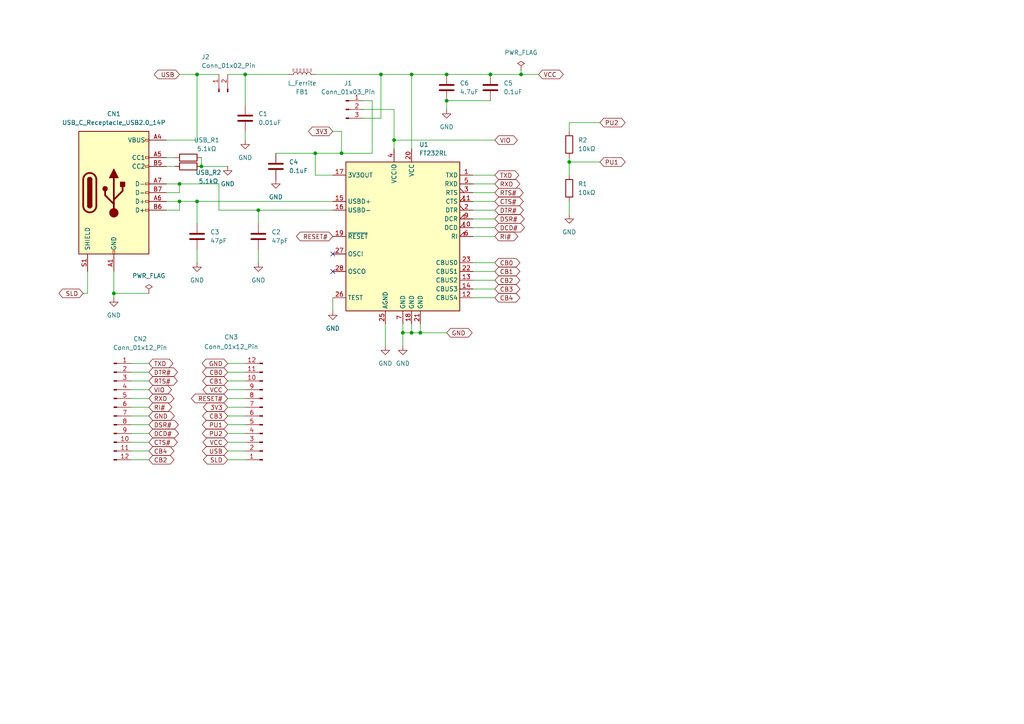
<source format=kicad_sch>
(kicad_sch
	(version 20231120)
	(generator "eeschema")
	(generator_version "8.0")
	(uuid "bcf72d7f-4f24-4169-bef0-2e1b7dca1eb4")
	(paper "A4")
	(lib_symbols
		(symbol "Connector:Conn_01x02_Pin"
			(pin_names
				(offset 1.016) hide)
			(exclude_from_sim no)
			(in_bom yes)
			(on_board yes)
			(property "Reference" "J"
				(at 0 2.54 0)
				(effects
					(font
						(size 1.27 1.27)
					)
				)
			)
			(property "Value" "Conn_01x02_Pin"
				(at 0 -5.08 0)
				(effects
					(font
						(size 1.27 1.27)
					)
				)
			)
			(property "Footprint" ""
				(at 0 0 0)
				(effects
					(font
						(size 1.27 1.27)
					)
					(hide yes)
				)
			)
			(property "Datasheet" "~"
				(at 0 0 0)
				(effects
					(font
						(size 1.27 1.27)
					)
					(hide yes)
				)
			)
			(property "Description" "Generic connector, single row, 01x02, script generated"
				(at 0 0 0)
				(effects
					(font
						(size 1.27 1.27)
					)
					(hide yes)
				)
			)
			(property "ki_locked" ""
				(at 0 0 0)
				(effects
					(font
						(size 1.27 1.27)
					)
				)
			)
			(property "ki_keywords" "connector"
				(at 0 0 0)
				(effects
					(font
						(size 1.27 1.27)
					)
					(hide yes)
				)
			)
			(property "ki_fp_filters" "Connector*:*_1x??_*"
				(at 0 0 0)
				(effects
					(font
						(size 1.27 1.27)
					)
					(hide yes)
				)
			)
			(symbol "Conn_01x02_Pin_1_1"
				(polyline
					(pts
						(xy 1.27 -2.54) (xy 0.8636 -2.54)
					)
					(stroke
						(width 0.1524)
						(type default)
					)
					(fill
						(type none)
					)
				)
				(polyline
					(pts
						(xy 1.27 0) (xy 0.8636 0)
					)
					(stroke
						(width 0.1524)
						(type default)
					)
					(fill
						(type none)
					)
				)
				(rectangle
					(start 0.8636 -2.413)
					(end 0 -2.667)
					(stroke
						(width 0.1524)
						(type default)
					)
					(fill
						(type outline)
					)
				)
				(rectangle
					(start 0.8636 0.127)
					(end 0 -0.127)
					(stroke
						(width 0.1524)
						(type default)
					)
					(fill
						(type outline)
					)
				)
				(pin passive line
					(at 5.08 0 180)
					(length 3.81)
					(name "Pin_1"
						(effects
							(font
								(size 1.27 1.27)
							)
						)
					)
					(number "1"
						(effects
							(font
								(size 1.27 1.27)
							)
						)
					)
				)
				(pin passive line
					(at 5.08 -2.54 180)
					(length 3.81)
					(name "Pin_2"
						(effects
							(font
								(size 1.27 1.27)
							)
						)
					)
					(number "2"
						(effects
							(font
								(size 1.27 1.27)
							)
						)
					)
				)
			)
		)
		(symbol "Connector:Conn_01x03_Pin"
			(pin_names
				(offset 1.016) hide)
			(exclude_from_sim no)
			(in_bom yes)
			(on_board yes)
			(property "Reference" "J"
				(at 0 5.08 0)
				(effects
					(font
						(size 1.27 1.27)
					)
				)
			)
			(property "Value" "Conn_01x03_Pin"
				(at 0 -5.08 0)
				(effects
					(font
						(size 1.27 1.27)
					)
				)
			)
			(property "Footprint" ""
				(at 0 0 0)
				(effects
					(font
						(size 1.27 1.27)
					)
					(hide yes)
				)
			)
			(property "Datasheet" "~"
				(at 0 0 0)
				(effects
					(font
						(size 1.27 1.27)
					)
					(hide yes)
				)
			)
			(property "Description" "Generic connector, single row, 01x03, script generated"
				(at 0 0 0)
				(effects
					(font
						(size 1.27 1.27)
					)
					(hide yes)
				)
			)
			(property "ki_locked" ""
				(at 0 0 0)
				(effects
					(font
						(size 1.27 1.27)
					)
				)
			)
			(property "ki_keywords" "connector"
				(at 0 0 0)
				(effects
					(font
						(size 1.27 1.27)
					)
					(hide yes)
				)
			)
			(property "ki_fp_filters" "Connector*:*_1x??_*"
				(at 0 0 0)
				(effects
					(font
						(size 1.27 1.27)
					)
					(hide yes)
				)
			)
			(symbol "Conn_01x03_Pin_1_1"
				(polyline
					(pts
						(xy 1.27 -2.54) (xy 0.8636 -2.54)
					)
					(stroke
						(width 0.1524)
						(type default)
					)
					(fill
						(type none)
					)
				)
				(polyline
					(pts
						(xy 1.27 0) (xy 0.8636 0)
					)
					(stroke
						(width 0.1524)
						(type default)
					)
					(fill
						(type none)
					)
				)
				(polyline
					(pts
						(xy 1.27 2.54) (xy 0.8636 2.54)
					)
					(stroke
						(width 0.1524)
						(type default)
					)
					(fill
						(type none)
					)
				)
				(rectangle
					(start 0.8636 -2.413)
					(end 0 -2.667)
					(stroke
						(width 0.1524)
						(type default)
					)
					(fill
						(type outline)
					)
				)
				(rectangle
					(start 0.8636 0.127)
					(end 0 -0.127)
					(stroke
						(width 0.1524)
						(type default)
					)
					(fill
						(type outline)
					)
				)
				(rectangle
					(start 0.8636 2.667)
					(end 0 2.413)
					(stroke
						(width 0.1524)
						(type default)
					)
					(fill
						(type outline)
					)
				)
				(pin passive line
					(at 5.08 2.54 180)
					(length 3.81)
					(name "Pin_1"
						(effects
							(font
								(size 1.27 1.27)
							)
						)
					)
					(number "1"
						(effects
							(font
								(size 1.27 1.27)
							)
						)
					)
				)
				(pin passive line
					(at 5.08 0 180)
					(length 3.81)
					(name "Pin_2"
						(effects
							(font
								(size 1.27 1.27)
							)
						)
					)
					(number "2"
						(effects
							(font
								(size 1.27 1.27)
							)
						)
					)
				)
				(pin passive line
					(at 5.08 -2.54 180)
					(length 3.81)
					(name "Pin_3"
						(effects
							(font
								(size 1.27 1.27)
							)
						)
					)
					(number "3"
						(effects
							(font
								(size 1.27 1.27)
							)
						)
					)
				)
			)
		)
		(symbol "Connector:Conn_01x12_Pin"
			(pin_names
				(offset 1.016) hide)
			(exclude_from_sim no)
			(in_bom yes)
			(on_board yes)
			(property "Reference" "J"
				(at 0 15.24 0)
				(effects
					(font
						(size 1.27 1.27)
					)
				)
			)
			(property "Value" "Conn_01x12_Pin"
				(at 0 -17.78 0)
				(effects
					(font
						(size 1.27 1.27)
					)
				)
			)
			(property "Footprint" ""
				(at 0 0 0)
				(effects
					(font
						(size 1.27 1.27)
					)
					(hide yes)
				)
			)
			(property "Datasheet" "~"
				(at 0 0 0)
				(effects
					(font
						(size 1.27 1.27)
					)
					(hide yes)
				)
			)
			(property "Description" "Generic connector, single row, 01x12, script generated"
				(at 0 0 0)
				(effects
					(font
						(size 1.27 1.27)
					)
					(hide yes)
				)
			)
			(property "ki_locked" ""
				(at 0 0 0)
				(effects
					(font
						(size 1.27 1.27)
					)
				)
			)
			(property "ki_keywords" "connector"
				(at 0 0 0)
				(effects
					(font
						(size 1.27 1.27)
					)
					(hide yes)
				)
			)
			(property "ki_fp_filters" "Connector*:*_1x??_*"
				(at 0 0 0)
				(effects
					(font
						(size 1.27 1.27)
					)
					(hide yes)
				)
			)
			(symbol "Conn_01x12_Pin_1_1"
				(polyline
					(pts
						(xy 1.27 -15.24) (xy 0.8636 -15.24)
					)
					(stroke
						(width 0.1524)
						(type default)
					)
					(fill
						(type none)
					)
				)
				(polyline
					(pts
						(xy 1.27 -12.7) (xy 0.8636 -12.7)
					)
					(stroke
						(width 0.1524)
						(type default)
					)
					(fill
						(type none)
					)
				)
				(polyline
					(pts
						(xy 1.27 -10.16) (xy 0.8636 -10.16)
					)
					(stroke
						(width 0.1524)
						(type default)
					)
					(fill
						(type none)
					)
				)
				(polyline
					(pts
						(xy 1.27 -7.62) (xy 0.8636 -7.62)
					)
					(stroke
						(width 0.1524)
						(type default)
					)
					(fill
						(type none)
					)
				)
				(polyline
					(pts
						(xy 1.27 -5.08) (xy 0.8636 -5.08)
					)
					(stroke
						(width 0.1524)
						(type default)
					)
					(fill
						(type none)
					)
				)
				(polyline
					(pts
						(xy 1.27 -2.54) (xy 0.8636 -2.54)
					)
					(stroke
						(width 0.1524)
						(type default)
					)
					(fill
						(type none)
					)
				)
				(polyline
					(pts
						(xy 1.27 0) (xy 0.8636 0)
					)
					(stroke
						(width 0.1524)
						(type default)
					)
					(fill
						(type none)
					)
				)
				(polyline
					(pts
						(xy 1.27 2.54) (xy 0.8636 2.54)
					)
					(stroke
						(width 0.1524)
						(type default)
					)
					(fill
						(type none)
					)
				)
				(polyline
					(pts
						(xy 1.27 5.08) (xy 0.8636 5.08)
					)
					(stroke
						(width 0.1524)
						(type default)
					)
					(fill
						(type none)
					)
				)
				(polyline
					(pts
						(xy 1.27 7.62) (xy 0.8636 7.62)
					)
					(stroke
						(width 0.1524)
						(type default)
					)
					(fill
						(type none)
					)
				)
				(polyline
					(pts
						(xy 1.27 10.16) (xy 0.8636 10.16)
					)
					(stroke
						(width 0.1524)
						(type default)
					)
					(fill
						(type none)
					)
				)
				(polyline
					(pts
						(xy 1.27 12.7) (xy 0.8636 12.7)
					)
					(stroke
						(width 0.1524)
						(type default)
					)
					(fill
						(type none)
					)
				)
				(rectangle
					(start 0.8636 -15.113)
					(end 0 -15.367)
					(stroke
						(width 0.1524)
						(type default)
					)
					(fill
						(type outline)
					)
				)
				(rectangle
					(start 0.8636 -12.573)
					(end 0 -12.827)
					(stroke
						(width 0.1524)
						(type default)
					)
					(fill
						(type outline)
					)
				)
				(rectangle
					(start 0.8636 -10.033)
					(end 0 -10.287)
					(stroke
						(width 0.1524)
						(type default)
					)
					(fill
						(type outline)
					)
				)
				(rectangle
					(start 0.8636 -7.493)
					(end 0 -7.747)
					(stroke
						(width 0.1524)
						(type default)
					)
					(fill
						(type outline)
					)
				)
				(rectangle
					(start 0.8636 -4.953)
					(end 0 -5.207)
					(stroke
						(width 0.1524)
						(type default)
					)
					(fill
						(type outline)
					)
				)
				(rectangle
					(start 0.8636 -2.413)
					(end 0 -2.667)
					(stroke
						(width 0.1524)
						(type default)
					)
					(fill
						(type outline)
					)
				)
				(rectangle
					(start 0.8636 0.127)
					(end 0 -0.127)
					(stroke
						(width 0.1524)
						(type default)
					)
					(fill
						(type outline)
					)
				)
				(rectangle
					(start 0.8636 2.667)
					(end 0 2.413)
					(stroke
						(width 0.1524)
						(type default)
					)
					(fill
						(type outline)
					)
				)
				(rectangle
					(start 0.8636 5.207)
					(end 0 4.953)
					(stroke
						(width 0.1524)
						(type default)
					)
					(fill
						(type outline)
					)
				)
				(rectangle
					(start 0.8636 7.747)
					(end 0 7.493)
					(stroke
						(width 0.1524)
						(type default)
					)
					(fill
						(type outline)
					)
				)
				(rectangle
					(start 0.8636 10.287)
					(end 0 10.033)
					(stroke
						(width 0.1524)
						(type default)
					)
					(fill
						(type outline)
					)
				)
				(rectangle
					(start 0.8636 12.827)
					(end 0 12.573)
					(stroke
						(width 0.1524)
						(type default)
					)
					(fill
						(type outline)
					)
				)
				(pin passive line
					(at 5.08 12.7 180)
					(length 3.81)
					(name "Pin_1"
						(effects
							(font
								(size 1.27 1.27)
							)
						)
					)
					(number "1"
						(effects
							(font
								(size 1.27 1.27)
							)
						)
					)
				)
				(pin passive line
					(at 5.08 -10.16 180)
					(length 3.81)
					(name "Pin_10"
						(effects
							(font
								(size 1.27 1.27)
							)
						)
					)
					(number "10"
						(effects
							(font
								(size 1.27 1.27)
							)
						)
					)
				)
				(pin passive line
					(at 5.08 -12.7 180)
					(length 3.81)
					(name "Pin_11"
						(effects
							(font
								(size 1.27 1.27)
							)
						)
					)
					(number "11"
						(effects
							(font
								(size 1.27 1.27)
							)
						)
					)
				)
				(pin passive line
					(at 5.08 -15.24 180)
					(length 3.81)
					(name "Pin_12"
						(effects
							(font
								(size 1.27 1.27)
							)
						)
					)
					(number "12"
						(effects
							(font
								(size 1.27 1.27)
							)
						)
					)
				)
				(pin passive line
					(at 5.08 10.16 180)
					(length 3.81)
					(name "Pin_2"
						(effects
							(font
								(size 1.27 1.27)
							)
						)
					)
					(number "2"
						(effects
							(font
								(size 1.27 1.27)
							)
						)
					)
				)
				(pin passive line
					(at 5.08 7.62 180)
					(length 3.81)
					(name "Pin_3"
						(effects
							(font
								(size 1.27 1.27)
							)
						)
					)
					(number "3"
						(effects
							(font
								(size 1.27 1.27)
							)
						)
					)
				)
				(pin passive line
					(at 5.08 5.08 180)
					(length 3.81)
					(name "Pin_4"
						(effects
							(font
								(size 1.27 1.27)
							)
						)
					)
					(number "4"
						(effects
							(font
								(size 1.27 1.27)
							)
						)
					)
				)
				(pin passive line
					(at 5.08 2.54 180)
					(length 3.81)
					(name "Pin_5"
						(effects
							(font
								(size 1.27 1.27)
							)
						)
					)
					(number "5"
						(effects
							(font
								(size 1.27 1.27)
							)
						)
					)
				)
				(pin passive line
					(at 5.08 0 180)
					(length 3.81)
					(name "Pin_6"
						(effects
							(font
								(size 1.27 1.27)
							)
						)
					)
					(number "6"
						(effects
							(font
								(size 1.27 1.27)
							)
						)
					)
				)
				(pin passive line
					(at 5.08 -2.54 180)
					(length 3.81)
					(name "Pin_7"
						(effects
							(font
								(size 1.27 1.27)
							)
						)
					)
					(number "7"
						(effects
							(font
								(size 1.27 1.27)
							)
						)
					)
				)
				(pin passive line
					(at 5.08 -5.08 180)
					(length 3.81)
					(name "Pin_8"
						(effects
							(font
								(size 1.27 1.27)
							)
						)
					)
					(number "8"
						(effects
							(font
								(size 1.27 1.27)
							)
						)
					)
				)
				(pin passive line
					(at 5.08 -7.62 180)
					(length 3.81)
					(name "Pin_9"
						(effects
							(font
								(size 1.27 1.27)
							)
						)
					)
					(number "9"
						(effects
							(font
								(size 1.27 1.27)
							)
						)
					)
				)
			)
		)
		(symbol "Connector:USB_C_Receptacle_USB2.0_14P"
			(pin_names
				(offset 1.016)
			)
			(exclude_from_sim no)
			(in_bom yes)
			(on_board yes)
			(property "Reference" "J"
				(at 0 22.225 0)
				(effects
					(font
						(size 1.27 1.27)
					)
				)
			)
			(property "Value" "USB_C_Receptacle_USB2.0_14P"
				(at 0 19.685 0)
				(effects
					(font
						(size 1.27 1.27)
					)
				)
			)
			(property "Footprint" ""
				(at 3.81 0 0)
				(effects
					(font
						(size 1.27 1.27)
					)
					(hide yes)
				)
			)
			(property "Datasheet" "https://www.usb.org/sites/default/files/documents/usb_type-c.zip"
				(at 3.81 0 0)
				(effects
					(font
						(size 1.27 1.27)
					)
					(hide yes)
				)
			)
			(property "Description" "USB 2.0-only 14P Type-C Receptacle connector"
				(at 0 0 0)
				(effects
					(font
						(size 1.27 1.27)
					)
					(hide yes)
				)
			)
			(property "ki_keywords" "usb universal serial bus type-C USB2.0"
				(at 0 0 0)
				(effects
					(font
						(size 1.27 1.27)
					)
					(hide yes)
				)
			)
			(property "ki_fp_filters" "USB*C*Receptacle*"
				(at 0 0 0)
				(effects
					(font
						(size 1.27 1.27)
					)
					(hide yes)
				)
			)
			(symbol "USB_C_Receptacle_USB2.0_14P_0_0"
				(rectangle
					(start -0.254 -17.78)
					(end 0.254 -16.764)
					(stroke
						(width 0)
						(type default)
					)
					(fill
						(type none)
					)
				)
				(rectangle
					(start 10.16 -4.826)
					(end 9.144 -5.334)
					(stroke
						(width 0)
						(type default)
					)
					(fill
						(type none)
					)
				)
				(rectangle
					(start 10.16 -2.286)
					(end 9.144 -2.794)
					(stroke
						(width 0)
						(type default)
					)
					(fill
						(type none)
					)
				)
				(rectangle
					(start 10.16 0.254)
					(end 9.144 -0.254)
					(stroke
						(width 0)
						(type default)
					)
					(fill
						(type none)
					)
				)
				(rectangle
					(start 10.16 2.794)
					(end 9.144 2.286)
					(stroke
						(width 0)
						(type default)
					)
					(fill
						(type none)
					)
				)
				(rectangle
					(start 10.16 7.874)
					(end 9.144 7.366)
					(stroke
						(width 0)
						(type default)
					)
					(fill
						(type none)
					)
				)
				(rectangle
					(start 10.16 10.414)
					(end 9.144 9.906)
					(stroke
						(width 0)
						(type default)
					)
					(fill
						(type none)
					)
				)
				(rectangle
					(start 10.16 15.494)
					(end 9.144 14.986)
					(stroke
						(width 0)
						(type default)
					)
					(fill
						(type none)
					)
				)
			)
			(symbol "USB_C_Receptacle_USB2.0_14P_0_1"
				(rectangle
					(start -10.16 17.78)
					(end 10.16 -17.78)
					(stroke
						(width 0.254)
						(type default)
					)
					(fill
						(type background)
					)
				)
				(arc
					(start -8.89 -3.81)
					(mid -6.985 -5.7067)
					(end -5.08 -3.81)
					(stroke
						(width 0.508)
						(type default)
					)
					(fill
						(type none)
					)
				)
				(arc
					(start -7.62 -3.81)
					(mid -6.985 -4.4423)
					(end -6.35 -3.81)
					(stroke
						(width 0.254)
						(type default)
					)
					(fill
						(type none)
					)
				)
				(arc
					(start -7.62 -3.81)
					(mid -6.985 -4.4423)
					(end -6.35 -3.81)
					(stroke
						(width 0.254)
						(type default)
					)
					(fill
						(type outline)
					)
				)
				(rectangle
					(start -7.62 -3.81)
					(end -6.35 3.81)
					(stroke
						(width 0.254)
						(type default)
					)
					(fill
						(type outline)
					)
				)
				(arc
					(start -6.35 3.81)
					(mid -6.985 4.4423)
					(end -7.62 3.81)
					(stroke
						(width 0.254)
						(type default)
					)
					(fill
						(type none)
					)
				)
				(arc
					(start -6.35 3.81)
					(mid -6.985 4.4423)
					(end -7.62 3.81)
					(stroke
						(width 0.254)
						(type default)
					)
					(fill
						(type outline)
					)
				)
				(arc
					(start -5.08 3.81)
					(mid -6.985 5.7067)
					(end -8.89 3.81)
					(stroke
						(width 0.508)
						(type default)
					)
					(fill
						(type none)
					)
				)
				(circle
					(center -2.54 1.143)
					(radius 0.635)
					(stroke
						(width 0.254)
						(type default)
					)
					(fill
						(type outline)
					)
				)
				(circle
					(center 0 -5.842)
					(radius 1.27)
					(stroke
						(width 0)
						(type default)
					)
					(fill
						(type outline)
					)
				)
				(polyline
					(pts
						(xy -8.89 -3.81) (xy -8.89 3.81)
					)
					(stroke
						(width 0.508)
						(type default)
					)
					(fill
						(type none)
					)
				)
				(polyline
					(pts
						(xy -5.08 3.81) (xy -5.08 -3.81)
					)
					(stroke
						(width 0.508)
						(type default)
					)
					(fill
						(type none)
					)
				)
				(polyline
					(pts
						(xy 0 -5.842) (xy 0 4.318)
					)
					(stroke
						(width 0.508)
						(type default)
					)
					(fill
						(type none)
					)
				)
				(polyline
					(pts
						(xy 0 -3.302) (xy -2.54 -0.762) (xy -2.54 0.508)
					)
					(stroke
						(width 0.508)
						(type default)
					)
					(fill
						(type none)
					)
				)
				(polyline
					(pts
						(xy 0 -2.032) (xy 2.54 0.508) (xy 2.54 1.778)
					)
					(stroke
						(width 0.508)
						(type default)
					)
					(fill
						(type none)
					)
				)
				(polyline
					(pts
						(xy -1.27 4.318) (xy 0 6.858) (xy 1.27 4.318) (xy -1.27 4.318)
					)
					(stroke
						(width 0.254)
						(type default)
					)
					(fill
						(type outline)
					)
				)
				(rectangle
					(start 1.905 1.778)
					(end 3.175 3.048)
					(stroke
						(width 0.254)
						(type default)
					)
					(fill
						(type outline)
					)
				)
			)
			(symbol "USB_C_Receptacle_USB2.0_14P_1_1"
				(pin passive line
					(at 0 -22.86 90)
					(length 5.08)
					(name "GND"
						(effects
							(font
								(size 1.27 1.27)
							)
						)
					)
					(number "A1"
						(effects
							(font
								(size 1.27 1.27)
							)
						)
					)
				)
				(pin passive line
					(at 0 -22.86 90)
					(length 5.08) hide
					(name "GND"
						(effects
							(font
								(size 1.27 1.27)
							)
						)
					)
					(number "A12"
						(effects
							(font
								(size 1.27 1.27)
							)
						)
					)
				)
				(pin passive line
					(at 15.24 15.24 180)
					(length 5.08)
					(name "VBUS"
						(effects
							(font
								(size 1.27 1.27)
							)
						)
					)
					(number "A4"
						(effects
							(font
								(size 1.27 1.27)
							)
						)
					)
				)
				(pin bidirectional line
					(at 15.24 10.16 180)
					(length 5.08)
					(name "CC1"
						(effects
							(font
								(size 1.27 1.27)
							)
						)
					)
					(number "A5"
						(effects
							(font
								(size 1.27 1.27)
							)
						)
					)
				)
				(pin bidirectional line
					(at 15.24 -2.54 180)
					(length 5.08)
					(name "D+"
						(effects
							(font
								(size 1.27 1.27)
							)
						)
					)
					(number "A6"
						(effects
							(font
								(size 1.27 1.27)
							)
						)
					)
				)
				(pin bidirectional line
					(at 15.24 2.54 180)
					(length 5.08)
					(name "D-"
						(effects
							(font
								(size 1.27 1.27)
							)
						)
					)
					(number "A7"
						(effects
							(font
								(size 1.27 1.27)
							)
						)
					)
				)
				(pin passive line
					(at 15.24 15.24 180)
					(length 5.08) hide
					(name "VBUS"
						(effects
							(font
								(size 1.27 1.27)
							)
						)
					)
					(number "A9"
						(effects
							(font
								(size 1.27 1.27)
							)
						)
					)
				)
				(pin passive line
					(at 0 -22.86 90)
					(length 5.08) hide
					(name "GND"
						(effects
							(font
								(size 1.27 1.27)
							)
						)
					)
					(number "B1"
						(effects
							(font
								(size 1.27 1.27)
							)
						)
					)
				)
				(pin passive line
					(at 0 -22.86 90)
					(length 5.08) hide
					(name "GND"
						(effects
							(font
								(size 1.27 1.27)
							)
						)
					)
					(number "B12"
						(effects
							(font
								(size 1.27 1.27)
							)
						)
					)
				)
				(pin passive line
					(at 15.24 15.24 180)
					(length 5.08) hide
					(name "VBUS"
						(effects
							(font
								(size 1.27 1.27)
							)
						)
					)
					(number "B4"
						(effects
							(font
								(size 1.27 1.27)
							)
						)
					)
				)
				(pin bidirectional line
					(at 15.24 7.62 180)
					(length 5.08)
					(name "CC2"
						(effects
							(font
								(size 1.27 1.27)
							)
						)
					)
					(number "B5"
						(effects
							(font
								(size 1.27 1.27)
							)
						)
					)
				)
				(pin bidirectional line
					(at 15.24 -5.08 180)
					(length 5.08)
					(name "D+"
						(effects
							(font
								(size 1.27 1.27)
							)
						)
					)
					(number "B6"
						(effects
							(font
								(size 1.27 1.27)
							)
						)
					)
				)
				(pin bidirectional line
					(at 15.24 0 180)
					(length 5.08)
					(name "D-"
						(effects
							(font
								(size 1.27 1.27)
							)
						)
					)
					(number "B7"
						(effects
							(font
								(size 1.27 1.27)
							)
						)
					)
				)
				(pin passive line
					(at 15.24 15.24 180)
					(length 5.08) hide
					(name "VBUS"
						(effects
							(font
								(size 1.27 1.27)
							)
						)
					)
					(number "B9"
						(effects
							(font
								(size 1.27 1.27)
							)
						)
					)
				)
				(pin passive line
					(at -7.62 -22.86 90)
					(length 5.08)
					(name "SHIELD"
						(effects
							(font
								(size 1.27 1.27)
							)
						)
					)
					(number "S1"
						(effects
							(font
								(size 1.27 1.27)
							)
						)
					)
				)
			)
		)
		(symbol "Device:C"
			(pin_numbers hide)
			(pin_names
				(offset 0.254)
			)
			(exclude_from_sim no)
			(in_bom yes)
			(on_board yes)
			(property "Reference" "C"
				(at 0.635 2.54 0)
				(effects
					(font
						(size 1.27 1.27)
					)
					(justify left)
				)
			)
			(property "Value" "C"
				(at 0.635 -2.54 0)
				(effects
					(font
						(size 1.27 1.27)
					)
					(justify left)
				)
			)
			(property "Footprint" ""
				(at 0.9652 -3.81 0)
				(effects
					(font
						(size 1.27 1.27)
					)
					(hide yes)
				)
			)
			(property "Datasheet" "~"
				(at 0 0 0)
				(effects
					(font
						(size 1.27 1.27)
					)
					(hide yes)
				)
			)
			(property "Description" "Unpolarized capacitor"
				(at 0 0 0)
				(effects
					(font
						(size 1.27 1.27)
					)
					(hide yes)
				)
			)
			(property "ki_keywords" "cap capacitor"
				(at 0 0 0)
				(effects
					(font
						(size 1.27 1.27)
					)
					(hide yes)
				)
			)
			(property "ki_fp_filters" "C_*"
				(at 0 0 0)
				(effects
					(font
						(size 1.27 1.27)
					)
					(hide yes)
				)
			)
			(symbol "C_0_1"
				(polyline
					(pts
						(xy -2.032 -0.762) (xy 2.032 -0.762)
					)
					(stroke
						(width 0.508)
						(type default)
					)
					(fill
						(type none)
					)
				)
				(polyline
					(pts
						(xy -2.032 0.762) (xy 2.032 0.762)
					)
					(stroke
						(width 0.508)
						(type default)
					)
					(fill
						(type none)
					)
				)
			)
			(symbol "C_1_1"
				(pin passive line
					(at 0 3.81 270)
					(length 2.794)
					(name "~"
						(effects
							(font
								(size 1.27 1.27)
							)
						)
					)
					(number "1"
						(effects
							(font
								(size 1.27 1.27)
							)
						)
					)
				)
				(pin passive line
					(at 0 -3.81 90)
					(length 2.794)
					(name "~"
						(effects
							(font
								(size 1.27 1.27)
							)
						)
					)
					(number "2"
						(effects
							(font
								(size 1.27 1.27)
							)
						)
					)
				)
			)
		)
		(symbol "Device:L_Ferrite"
			(pin_numbers hide)
			(pin_names
				(offset 1.016) hide)
			(exclude_from_sim no)
			(in_bom yes)
			(on_board yes)
			(property "Reference" "L"
				(at -1.27 0 90)
				(effects
					(font
						(size 1.27 1.27)
					)
				)
			)
			(property "Value" "L_Ferrite"
				(at 2.794 0 90)
				(effects
					(font
						(size 1.27 1.27)
					)
				)
			)
			(property "Footprint" ""
				(at 0 0 0)
				(effects
					(font
						(size 1.27 1.27)
					)
					(hide yes)
				)
			)
			(property "Datasheet" "~"
				(at 0 0 0)
				(effects
					(font
						(size 1.27 1.27)
					)
					(hide yes)
				)
			)
			(property "Description" "Inductor with ferrite core"
				(at 0 0 0)
				(effects
					(font
						(size 1.27 1.27)
					)
					(hide yes)
				)
			)
			(property "ki_keywords" "inductor choke coil reactor magnetic"
				(at 0 0 0)
				(effects
					(font
						(size 1.27 1.27)
					)
					(hide yes)
				)
			)
			(property "ki_fp_filters" "Choke_* *Coil* Inductor_* L_*"
				(at 0 0 0)
				(effects
					(font
						(size 1.27 1.27)
					)
					(hide yes)
				)
			)
			(symbol "L_Ferrite_0_1"
				(arc
					(start 0 -2.54)
					(mid 0.6323 -1.905)
					(end 0 -1.27)
					(stroke
						(width 0)
						(type default)
					)
					(fill
						(type none)
					)
				)
				(arc
					(start 0 -1.27)
					(mid 0.6323 -0.635)
					(end 0 0)
					(stroke
						(width 0)
						(type default)
					)
					(fill
						(type none)
					)
				)
				(polyline
					(pts
						(xy 1.016 -2.794) (xy 1.016 -2.286)
					)
					(stroke
						(width 0)
						(type default)
					)
					(fill
						(type none)
					)
				)
				(polyline
					(pts
						(xy 1.016 -1.778) (xy 1.016 -1.27)
					)
					(stroke
						(width 0)
						(type default)
					)
					(fill
						(type none)
					)
				)
				(polyline
					(pts
						(xy 1.016 -0.762) (xy 1.016 -0.254)
					)
					(stroke
						(width 0)
						(type default)
					)
					(fill
						(type none)
					)
				)
				(polyline
					(pts
						(xy 1.016 0.254) (xy 1.016 0.762)
					)
					(stroke
						(width 0)
						(type default)
					)
					(fill
						(type none)
					)
				)
				(polyline
					(pts
						(xy 1.016 1.27) (xy 1.016 1.778)
					)
					(stroke
						(width 0)
						(type default)
					)
					(fill
						(type none)
					)
				)
				(polyline
					(pts
						(xy 1.016 2.286) (xy 1.016 2.794)
					)
					(stroke
						(width 0)
						(type default)
					)
					(fill
						(type none)
					)
				)
				(polyline
					(pts
						(xy 1.524 -2.286) (xy 1.524 -2.794)
					)
					(stroke
						(width 0)
						(type default)
					)
					(fill
						(type none)
					)
				)
				(polyline
					(pts
						(xy 1.524 -1.27) (xy 1.524 -1.778)
					)
					(stroke
						(width 0)
						(type default)
					)
					(fill
						(type none)
					)
				)
				(polyline
					(pts
						(xy 1.524 -0.254) (xy 1.524 -0.762)
					)
					(stroke
						(width 0)
						(type default)
					)
					(fill
						(type none)
					)
				)
				(polyline
					(pts
						(xy 1.524 0.762) (xy 1.524 0.254)
					)
					(stroke
						(width 0)
						(type default)
					)
					(fill
						(type none)
					)
				)
				(polyline
					(pts
						(xy 1.524 1.778) (xy 1.524 1.27)
					)
					(stroke
						(width 0)
						(type default)
					)
					(fill
						(type none)
					)
				)
				(polyline
					(pts
						(xy 1.524 2.794) (xy 1.524 2.286)
					)
					(stroke
						(width 0)
						(type default)
					)
					(fill
						(type none)
					)
				)
				(arc
					(start 0 0)
					(mid 0.6323 0.635)
					(end 0 1.27)
					(stroke
						(width 0)
						(type default)
					)
					(fill
						(type none)
					)
				)
				(arc
					(start 0 1.27)
					(mid 0.6323 1.905)
					(end 0 2.54)
					(stroke
						(width 0)
						(type default)
					)
					(fill
						(type none)
					)
				)
			)
			(symbol "L_Ferrite_1_1"
				(pin passive line
					(at 0 3.81 270)
					(length 1.27)
					(name "1"
						(effects
							(font
								(size 1.27 1.27)
							)
						)
					)
					(number "1"
						(effects
							(font
								(size 1.27 1.27)
							)
						)
					)
				)
				(pin passive line
					(at 0 -3.81 90)
					(length 1.27)
					(name "2"
						(effects
							(font
								(size 1.27 1.27)
							)
						)
					)
					(number "2"
						(effects
							(font
								(size 1.27 1.27)
							)
						)
					)
				)
			)
		)
		(symbol "Device:R"
			(pin_numbers hide)
			(pin_names
				(offset 0)
			)
			(exclude_from_sim no)
			(in_bom yes)
			(on_board yes)
			(property "Reference" "R"
				(at 2.032 0 90)
				(effects
					(font
						(size 1.27 1.27)
					)
				)
			)
			(property "Value" "R"
				(at 0 0 90)
				(effects
					(font
						(size 1.27 1.27)
					)
				)
			)
			(property "Footprint" ""
				(at -1.778 0 90)
				(effects
					(font
						(size 1.27 1.27)
					)
					(hide yes)
				)
			)
			(property "Datasheet" "~"
				(at 0 0 0)
				(effects
					(font
						(size 1.27 1.27)
					)
					(hide yes)
				)
			)
			(property "Description" "Resistor"
				(at 0 0 0)
				(effects
					(font
						(size 1.27 1.27)
					)
					(hide yes)
				)
			)
			(property "ki_keywords" "R res resistor"
				(at 0 0 0)
				(effects
					(font
						(size 1.27 1.27)
					)
					(hide yes)
				)
			)
			(property "ki_fp_filters" "R_*"
				(at 0 0 0)
				(effects
					(font
						(size 1.27 1.27)
					)
					(hide yes)
				)
			)
			(symbol "R_0_1"
				(rectangle
					(start -1.016 -2.54)
					(end 1.016 2.54)
					(stroke
						(width 0.254)
						(type default)
					)
					(fill
						(type none)
					)
				)
			)
			(symbol "R_1_1"
				(pin passive line
					(at 0 3.81 270)
					(length 1.27)
					(name "~"
						(effects
							(font
								(size 1.27 1.27)
							)
						)
					)
					(number "1"
						(effects
							(font
								(size 1.27 1.27)
							)
						)
					)
				)
				(pin passive line
					(at 0 -3.81 90)
					(length 1.27)
					(name "~"
						(effects
							(font
								(size 1.27 1.27)
							)
						)
					)
					(number "2"
						(effects
							(font
								(size 1.27 1.27)
							)
						)
					)
				)
			)
		)
		(symbol "Interface_USB:FT232RL"
			(exclude_from_sim no)
			(in_bom yes)
			(on_board yes)
			(property "Reference" "U"
				(at -16.51 22.86 0)
				(effects
					(font
						(size 1.27 1.27)
					)
					(justify left)
				)
			)
			(property "Value" "FT232RL"
				(at 10.16 22.86 0)
				(effects
					(font
						(size 1.27 1.27)
					)
					(justify left)
				)
			)
			(property "Footprint" "Package_SO:SSOP-28_5.3x10.2mm_P0.65mm"
				(at 27.94 -22.86 0)
				(effects
					(font
						(size 1.27 1.27)
					)
					(hide yes)
				)
			)
			(property "Datasheet" "https://www.ftdichip.com/Support/Documents/DataSheets/ICs/DS_FT232R.pdf"
				(at 0 0 0)
				(effects
					(font
						(size 1.27 1.27)
					)
					(hide yes)
				)
			)
			(property "Description" "USB to Serial Interface, SSOP-28"
				(at 0 0 0)
				(effects
					(font
						(size 1.27 1.27)
					)
					(hide yes)
				)
			)
			(property "ki_keywords" "FTDI USB Serial"
				(at 0 0 0)
				(effects
					(font
						(size 1.27 1.27)
					)
					(hide yes)
				)
			)
			(property "ki_fp_filters" "SSOP*5.3x10.2mm*P0.65mm*"
				(at 0 0 0)
				(effects
					(font
						(size 1.27 1.27)
					)
					(hide yes)
				)
			)
			(symbol "FT232RL_0_1"
				(rectangle
					(start -16.51 21.59)
					(end 16.51 -21.59)
					(stroke
						(width 0.254)
						(type default)
					)
					(fill
						(type background)
					)
				)
			)
			(symbol "FT232RL_1_1"
				(pin output line
					(at 20.32 17.78 180)
					(length 3.81)
					(name "TXD"
						(effects
							(font
								(size 1.27 1.27)
							)
						)
					)
					(number "1"
						(effects
							(font
								(size 1.27 1.27)
							)
						)
					)
				)
				(pin input input_low
					(at 20.32 2.54 180)
					(length 3.81)
					(name "DCD"
						(effects
							(font
								(size 1.27 1.27)
							)
						)
					)
					(number "10"
						(effects
							(font
								(size 1.27 1.27)
							)
						)
					)
				)
				(pin input input_low
					(at 20.32 10.16 180)
					(length 3.81)
					(name "CTS"
						(effects
							(font
								(size 1.27 1.27)
							)
						)
					)
					(number "11"
						(effects
							(font
								(size 1.27 1.27)
							)
						)
					)
				)
				(pin bidirectional line
					(at 20.32 -17.78 180)
					(length 3.81)
					(name "CBUS4"
						(effects
							(font
								(size 1.27 1.27)
							)
						)
					)
					(number "12"
						(effects
							(font
								(size 1.27 1.27)
							)
						)
					)
				)
				(pin bidirectional line
					(at 20.32 -12.7 180)
					(length 3.81)
					(name "CBUS2"
						(effects
							(font
								(size 1.27 1.27)
							)
						)
					)
					(number "13"
						(effects
							(font
								(size 1.27 1.27)
							)
						)
					)
				)
				(pin bidirectional line
					(at 20.32 -15.24 180)
					(length 3.81)
					(name "CBUS3"
						(effects
							(font
								(size 1.27 1.27)
							)
						)
					)
					(number "14"
						(effects
							(font
								(size 1.27 1.27)
							)
						)
					)
				)
				(pin bidirectional line
					(at -20.32 10.16 0)
					(length 3.81)
					(name "USBD+"
						(effects
							(font
								(size 1.27 1.27)
							)
						)
					)
					(number "15"
						(effects
							(font
								(size 1.27 1.27)
							)
						)
					)
				)
				(pin bidirectional line
					(at -20.32 7.62 0)
					(length 3.81)
					(name "USBD-"
						(effects
							(font
								(size 1.27 1.27)
							)
						)
					)
					(number "16"
						(effects
							(font
								(size 1.27 1.27)
							)
						)
					)
				)
				(pin power_out line
					(at -20.32 17.78 0)
					(length 3.81)
					(name "3V3OUT"
						(effects
							(font
								(size 1.27 1.27)
							)
						)
					)
					(number "17"
						(effects
							(font
								(size 1.27 1.27)
							)
						)
					)
				)
				(pin power_in line
					(at 2.54 -25.4 90)
					(length 3.81)
					(name "GND"
						(effects
							(font
								(size 1.27 1.27)
							)
						)
					)
					(number "18"
						(effects
							(font
								(size 1.27 1.27)
							)
						)
					)
				)
				(pin input line
					(at -20.32 0 0)
					(length 3.81)
					(name "~{RESET}"
						(effects
							(font
								(size 1.27 1.27)
							)
						)
					)
					(number "19"
						(effects
							(font
								(size 1.27 1.27)
							)
						)
					)
				)
				(pin output output_low
					(at 20.32 7.62 180)
					(length 3.81)
					(name "DTR"
						(effects
							(font
								(size 1.27 1.27)
							)
						)
					)
					(number "2"
						(effects
							(font
								(size 1.27 1.27)
							)
						)
					)
				)
				(pin power_in line
					(at 2.54 25.4 270)
					(length 3.81)
					(name "VCC"
						(effects
							(font
								(size 1.27 1.27)
							)
						)
					)
					(number "20"
						(effects
							(font
								(size 1.27 1.27)
							)
						)
					)
				)
				(pin power_in line
					(at 5.08 -25.4 90)
					(length 3.81)
					(name "GND"
						(effects
							(font
								(size 1.27 1.27)
							)
						)
					)
					(number "21"
						(effects
							(font
								(size 1.27 1.27)
							)
						)
					)
				)
				(pin bidirectional line
					(at 20.32 -10.16 180)
					(length 3.81)
					(name "CBUS1"
						(effects
							(font
								(size 1.27 1.27)
							)
						)
					)
					(number "22"
						(effects
							(font
								(size 1.27 1.27)
							)
						)
					)
				)
				(pin bidirectional line
					(at 20.32 -7.62 180)
					(length 3.81)
					(name "CBUS0"
						(effects
							(font
								(size 1.27 1.27)
							)
						)
					)
					(number "23"
						(effects
							(font
								(size 1.27 1.27)
							)
						)
					)
				)
				(pin power_in line
					(at -5.08 -25.4 90)
					(length 3.81)
					(name "AGND"
						(effects
							(font
								(size 1.27 1.27)
							)
						)
					)
					(number "25"
						(effects
							(font
								(size 1.27 1.27)
							)
						)
					)
				)
				(pin input line
					(at -20.32 -17.78 0)
					(length 3.81)
					(name "TEST"
						(effects
							(font
								(size 1.27 1.27)
							)
						)
					)
					(number "26"
						(effects
							(font
								(size 1.27 1.27)
							)
						)
					)
				)
				(pin input line
					(at -20.32 -5.08 0)
					(length 3.81)
					(name "OSCI"
						(effects
							(font
								(size 1.27 1.27)
							)
						)
					)
					(number "27"
						(effects
							(font
								(size 1.27 1.27)
							)
						)
					)
				)
				(pin output line
					(at -20.32 -10.16 0)
					(length 3.81)
					(name "OSCO"
						(effects
							(font
								(size 1.27 1.27)
							)
						)
					)
					(number "28"
						(effects
							(font
								(size 1.27 1.27)
							)
						)
					)
				)
				(pin output output_low
					(at 20.32 12.7 180)
					(length 3.81)
					(name "RTS"
						(effects
							(font
								(size 1.27 1.27)
							)
						)
					)
					(number "3"
						(effects
							(font
								(size 1.27 1.27)
							)
						)
					)
				)
				(pin power_in line
					(at -2.54 25.4 270)
					(length 3.81)
					(name "VCCIO"
						(effects
							(font
								(size 1.27 1.27)
							)
						)
					)
					(number "4"
						(effects
							(font
								(size 1.27 1.27)
							)
						)
					)
				)
				(pin input line
					(at 20.32 15.24 180)
					(length 3.81)
					(name "RXD"
						(effects
							(font
								(size 1.27 1.27)
							)
						)
					)
					(number "5"
						(effects
							(font
								(size 1.27 1.27)
							)
						)
					)
				)
				(pin input input_low
					(at 20.32 0 180)
					(length 3.81)
					(name "RI"
						(effects
							(font
								(size 1.27 1.27)
							)
						)
					)
					(number "6"
						(effects
							(font
								(size 1.27 1.27)
							)
						)
					)
				)
				(pin power_in line
					(at 0 -25.4 90)
					(length 3.81)
					(name "GND"
						(effects
							(font
								(size 1.27 1.27)
							)
						)
					)
					(number "7"
						(effects
							(font
								(size 1.27 1.27)
							)
						)
					)
				)
				(pin input input_low
					(at 20.32 5.08 180)
					(length 3.81)
					(name "DCR"
						(effects
							(font
								(size 1.27 1.27)
							)
						)
					)
					(number "9"
						(effects
							(font
								(size 1.27 1.27)
							)
						)
					)
				)
			)
		)
		(symbol "power:GND"
			(power)
			(pin_numbers hide)
			(pin_names
				(offset 0) hide)
			(exclude_from_sim no)
			(in_bom yes)
			(on_board yes)
			(property "Reference" "#PWR"
				(at 0 -6.35 0)
				(effects
					(font
						(size 1.27 1.27)
					)
					(hide yes)
				)
			)
			(property "Value" "GND"
				(at 0 -3.81 0)
				(effects
					(font
						(size 1.27 1.27)
					)
				)
			)
			(property "Footprint" ""
				(at 0 0 0)
				(effects
					(font
						(size 1.27 1.27)
					)
					(hide yes)
				)
			)
			(property "Datasheet" ""
				(at 0 0 0)
				(effects
					(font
						(size 1.27 1.27)
					)
					(hide yes)
				)
			)
			(property "Description" "Power symbol creates a global label with name \"GND\" , ground"
				(at 0 0 0)
				(effects
					(font
						(size 1.27 1.27)
					)
					(hide yes)
				)
			)
			(property "ki_keywords" "global power"
				(at 0 0 0)
				(effects
					(font
						(size 1.27 1.27)
					)
					(hide yes)
				)
			)
			(symbol "GND_0_1"
				(polyline
					(pts
						(xy 0 0) (xy 0 -1.27) (xy 1.27 -1.27) (xy 0 -2.54) (xy -1.27 -1.27) (xy 0 -1.27)
					)
					(stroke
						(width 0)
						(type default)
					)
					(fill
						(type none)
					)
				)
			)
			(symbol "GND_1_1"
				(pin power_in line
					(at 0 0 270)
					(length 0)
					(name "~"
						(effects
							(font
								(size 1.27 1.27)
							)
						)
					)
					(number "1"
						(effects
							(font
								(size 1.27 1.27)
							)
						)
					)
				)
			)
		)
		(symbol "power:PWR_FLAG"
			(power)
			(pin_numbers hide)
			(pin_names
				(offset 0) hide)
			(exclude_from_sim no)
			(in_bom yes)
			(on_board yes)
			(property "Reference" "#FLG"
				(at 0 1.905 0)
				(effects
					(font
						(size 1.27 1.27)
					)
					(hide yes)
				)
			)
			(property "Value" "PWR_FLAG"
				(at 0 3.81 0)
				(effects
					(font
						(size 1.27 1.27)
					)
				)
			)
			(property "Footprint" ""
				(at 0 0 0)
				(effects
					(font
						(size 1.27 1.27)
					)
					(hide yes)
				)
			)
			(property "Datasheet" "~"
				(at 0 0 0)
				(effects
					(font
						(size 1.27 1.27)
					)
					(hide yes)
				)
			)
			(property "Description" "Special symbol for telling ERC where power comes from"
				(at 0 0 0)
				(effects
					(font
						(size 1.27 1.27)
					)
					(hide yes)
				)
			)
			(property "ki_keywords" "flag power"
				(at 0 0 0)
				(effects
					(font
						(size 1.27 1.27)
					)
					(hide yes)
				)
			)
			(symbol "PWR_FLAG_0_0"
				(pin power_out line
					(at 0 0 90)
					(length 0)
					(name "~"
						(effects
							(font
								(size 1.27 1.27)
							)
						)
					)
					(number "1"
						(effects
							(font
								(size 1.27 1.27)
							)
						)
					)
				)
			)
			(symbol "PWR_FLAG_0_1"
				(polyline
					(pts
						(xy 0 0) (xy 0 1.27) (xy -1.016 1.905) (xy 0 2.54) (xy 1.016 1.905) (xy 0 1.27)
					)
					(stroke
						(width 0)
						(type default)
					)
					(fill
						(type none)
					)
				)
			)
		)
	)
	(junction
		(at 142.24 21.59)
		(diameter 0)
		(color 0 0 0 0)
		(uuid "0e6c2a6d-0337-4f85-88b3-23aeff131c44")
	)
	(junction
		(at 119.38 21.59)
		(diameter 0)
		(color 0 0 0 0)
		(uuid "50f1edea-9d0c-429f-9147-67e8b8988d50")
	)
	(junction
		(at 116.84 96.52)
		(diameter 0)
		(color 0 0 0 0)
		(uuid "63517068-fb6f-4efa-955b-781284c644ca")
	)
	(junction
		(at 33.02 85.09)
		(diameter 0)
		(color 0 0 0 0)
		(uuid "6d6f0607-7f7c-4b14-9b52-1696649756e9")
	)
	(junction
		(at 57.15 21.59)
		(diameter 0)
		(color 0 0 0 0)
		(uuid "6fa6b6d3-399a-4ab8-97b3-da0d0a4de297")
	)
	(junction
		(at 58.42 48.26)
		(diameter 0)
		(color 0 0 0 0)
		(uuid "764deb4d-3ae2-47cb-b4ea-8469ac004a6b")
	)
	(junction
		(at 71.12 21.59)
		(diameter 0)
		(color 0 0 0 0)
		(uuid "77e0fc5f-4001-4310-8234-4bd44da34553")
	)
	(junction
		(at 151.13 21.59)
		(diameter 0)
		(color 0 0 0 0)
		(uuid "79f6693d-ff77-4598-a350-ccfb994f7a65")
	)
	(junction
		(at 119.38 96.52)
		(diameter 0)
		(color 0 0 0 0)
		(uuid "91d727f4-da52-464d-917f-5223ac8f6a05")
	)
	(junction
		(at 74.93 60.96)
		(diameter 0)
		(color 0 0 0 0)
		(uuid "9306ed73-f232-42e4-89b3-ec2abffb7f2b")
	)
	(junction
		(at 52.07 53.34)
		(diameter 0)
		(color 0 0 0 0)
		(uuid "961b1c4a-e7da-43cb-a398-d65f51c0d87b")
	)
	(junction
		(at 57.15 58.42)
		(diameter 0)
		(color 0 0 0 0)
		(uuid "9641fe23-2be9-4c9e-82ce-f6a6d58ed120")
	)
	(junction
		(at 165.1 46.99)
		(diameter 0)
		(color 0 0 0 0)
		(uuid "96ee53ca-93b8-4c32-8f9a-4c3883e4c53a")
	)
	(junction
		(at 129.54 29.21)
		(diameter 0)
		(color 0 0 0 0)
		(uuid "b4698984-39ae-418f-b40c-eb41dc6daf97")
	)
	(junction
		(at 91.44 44.45)
		(diameter 0)
		(color 0 0 0 0)
		(uuid "bd7d0dd7-99e4-441b-be16-da72bc4215a9")
	)
	(junction
		(at 114.3 40.64)
		(diameter 0)
		(color 0 0 0 0)
		(uuid "c400d4d3-3d23-4b3c-b64a-682172933a5f")
	)
	(junction
		(at 121.92 96.52)
		(diameter 0)
		(color 0 0 0 0)
		(uuid "d2af9980-c7af-478f-b90a-8f4ec6e7de22")
	)
	(junction
		(at 99.06 44.45)
		(diameter 0)
		(color 0 0 0 0)
		(uuid "e17bb6b8-d0db-4df1-aaca-8103257c8130")
	)
	(junction
		(at 110.49 21.59)
		(diameter 0)
		(color 0 0 0 0)
		(uuid "e31422f3-b72e-402c-951b-3ad9ef795f71")
	)
	(junction
		(at 52.07 58.42)
		(diameter 0)
		(color 0 0 0 0)
		(uuid "f365e667-e1e4-4ed7-89a3-8948341ef28e")
	)
	(junction
		(at 129.54 21.59)
		(diameter 0)
		(color 0 0 0 0)
		(uuid "fbcd1c34-43b4-4724-9857-6e0c2e2dc77e")
	)
	(no_connect
		(at 96.52 73.66)
		(uuid "228c83f9-84ff-4471-8547-a78ae3caa316")
	)
	(no_connect
		(at 96.52 78.74)
		(uuid "9d31c487-d256-4aee-a239-46508fba58f8")
	)
	(wire
		(pts
			(xy 71.12 21.59) (xy 71.12 30.48)
		)
		(stroke
			(width 0)
			(type default)
		)
		(uuid "02f6ce73-d63f-4eb9-81cf-856335178713")
	)
	(wire
		(pts
			(xy 52.07 55.88) (xy 52.07 53.34)
		)
		(stroke
			(width 0)
			(type default)
		)
		(uuid "046d9ce0-3a91-4777-bd1a-ec27d1e75a7a")
	)
	(wire
		(pts
			(xy 57.15 72.39) (xy 57.15 76.2)
		)
		(stroke
			(width 0)
			(type default)
		)
		(uuid "047fcc76-8ed5-4cf5-81d5-c1b08584d3ab")
	)
	(wire
		(pts
			(xy 57.15 58.42) (xy 96.52 58.42)
		)
		(stroke
			(width 0)
			(type default)
		)
		(uuid "052dc27a-7ebe-42b4-8c16-2b7de883a61d")
	)
	(wire
		(pts
			(xy 63.5 60.96) (xy 74.93 60.96)
		)
		(stroke
			(width 0)
			(type default)
		)
		(uuid "0960492d-eced-4300-89e1-2dd3f8da2181")
	)
	(wire
		(pts
			(xy 116.84 96.52) (xy 119.38 96.52)
		)
		(stroke
			(width 0)
			(type default)
		)
		(uuid "14c355e4-7baf-422e-8e65-9700d231a2b1")
	)
	(wire
		(pts
			(xy 137.16 83.82) (xy 143.51 83.82)
		)
		(stroke
			(width 0)
			(type default)
		)
		(uuid "1559cdbd-e0bb-44a4-8944-a80c5d322fca")
	)
	(wire
		(pts
			(xy 137.16 58.42) (xy 143.51 58.42)
		)
		(stroke
			(width 0)
			(type default)
		)
		(uuid "169599c7-8924-424f-9964-c538cd68b29c")
	)
	(wire
		(pts
			(xy 111.76 93.98) (xy 111.76 100.33)
		)
		(stroke
			(width 0)
			(type default)
		)
		(uuid "17fbd5e2-9178-4c2d-83ad-fe7e08dd287c")
	)
	(wire
		(pts
			(xy 165.1 58.42) (xy 165.1 62.23)
		)
		(stroke
			(width 0)
			(type default)
		)
		(uuid "19a93937-f706-4804-b88e-143399efb0af")
	)
	(wire
		(pts
			(xy 105.41 31.75) (xy 114.3 31.75)
		)
		(stroke
			(width 0)
			(type default)
		)
		(uuid "1a44d3b7-8566-401f-a764-c94d09403214")
	)
	(wire
		(pts
			(xy 66.04 123.19) (xy 71.12 123.19)
		)
		(stroke
			(width 0)
			(type default)
		)
		(uuid "1accc781-53cd-4a68-994f-d4cf863fce12")
	)
	(wire
		(pts
			(xy 33.02 78.74) (xy 33.02 85.09)
		)
		(stroke
			(width 0)
			(type default)
		)
		(uuid "1c34d9aa-f4c8-4f12-9f8e-4643b9060baf")
	)
	(wire
		(pts
			(xy 105.41 29.21) (xy 107.95 29.21)
		)
		(stroke
			(width 0)
			(type default)
		)
		(uuid "1ef435ae-a679-4b77-93c6-b973a1765d6a")
	)
	(wire
		(pts
			(xy 66.04 105.41) (xy 71.12 105.41)
		)
		(stroke
			(width 0)
			(type default)
		)
		(uuid "2436a8cd-2007-4d8e-ae9b-123fc2322241")
	)
	(wire
		(pts
			(xy 66.04 130.81) (xy 71.12 130.81)
		)
		(stroke
			(width 0)
			(type default)
		)
		(uuid "2ac2676c-34da-4cdb-bd4e-b08dd8cd67c4")
	)
	(wire
		(pts
			(xy 48.26 58.42) (xy 52.07 58.42)
		)
		(stroke
			(width 0)
			(type default)
		)
		(uuid "2fb1a3e2-7aca-4dcf-937c-beafeac92a33")
	)
	(wire
		(pts
			(xy 74.93 60.96) (xy 74.93 64.77)
		)
		(stroke
			(width 0)
			(type default)
		)
		(uuid "30ebabbe-51bb-441c-ac0a-bc975a2ca06f")
	)
	(wire
		(pts
			(xy 137.16 76.2) (xy 143.51 76.2)
		)
		(stroke
			(width 0)
			(type default)
		)
		(uuid "31d16ee0-ffef-4161-81e9-4a4844d91e27")
	)
	(wire
		(pts
			(xy 137.16 66.04) (xy 143.51 66.04)
		)
		(stroke
			(width 0)
			(type default)
		)
		(uuid "32a08661-61be-4691-b54f-6c3a49c235db")
	)
	(wire
		(pts
			(xy 121.92 93.98) (xy 121.92 96.52)
		)
		(stroke
			(width 0)
			(type default)
		)
		(uuid "32b2c8db-5726-4fde-af91-4f8f5a51e3b2")
	)
	(wire
		(pts
			(xy 66.04 107.95) (xy 71.12 107.95)
		)
		(stroke
			(width 0)
			(type default)
		)
		(uuid "37ddfb29-b652-40d1-becf-2b3612bb0042")
	)
	(wire
		(pts
			(xy 137.16 81.28) (xy 143.51 81.28)
		)
		(stroke
			(width 0)
			(type default)
		)
		(uuid "3ad7bb5e-2529-4447-9e98-25056c7aab72")
	)
	(wire
		(pts
			(xy 38.1 118.11) (xy 43.18 118.11)
		)
		(stroke
			(width 0)
			(type default)
		)
		(uuid "3c96d9ae-fb18-4505-a357-3eccf6953a46")
	)
	(wire
		(pts
			(xy 99.06 38.1) (xy 99.06 44.45)
		)
		(stroke
			(width 0)
			(type default)
		)
		(uuid "3dac07e0-587a-4c38-944c-7b861f3803bd")
	)
	(wire
		(pts
			(xy 129.54 21.59) (xy 142.24 21.59)
		)
		(stroke
			(width 0)
			(type default)
		)
		(uuid "3e8ce995-8d3e-41ad-8827-85f46332cd3d")
	)
	(wire
		(pts
			(xy 80.01 44.45) (xy 91.44 44.45)
		)
		(stroke
			(width 0)
			(type default)
		)
		(uuid "3f4129f2-052f-4bc3-967d-c26016723eee")
	)
	(wire
		(pts
			(xy 71.12 38.1) (xy 71.12 40.64)
		)
		(stroke
			(width 0)
			(type default)
		)
		(uuid "4186cf05-fbb2-4294-8185-5801590159a6")
	)
	(wire
		(pts
			(xy 52.07 21.59) (xy 57.15 21.59)
		)
		(stroke
			(width 0)
			(type default)
		)
		(uuid "43edbb39-b994-4845-8720-1a918a955e58")
	)
	(wire
		(pts
			(xy 57.15 40.64) (xy 57.15 21.59)
		)
		(stroke
			(width 0)
			(type default)
		)
		(uuid "450d162c-1ab2-4953-817f-b34570105dba")
	)
	(wire
		(pts
			(xy 119.38 21.59) (xy 119.38 43.18)
		)
		(stroke
			(width 0)
			(type default)
		)
		(uuid "45208238-1dbc-45a8-8c47-ddf7859c38fe")
	)
	(wire
		(pts
			(xy 38.1 113.03) (xy 43.18 113.03)
		)
		(stroke
			(width 0)
			(type default)
		)
		(uuid "4625c933-f9c3-4e19-8416-c4248d476311")
	)
	(wire
		(pts
			(xy 129.54 29.21) (xy 129.54 31.75)
		)
		(stroke
			(width 0)
			(type default)
		)
		(uuid "4714f5eb-2208-4c6c-9e55-b2148ebc729e")
	)
	(wire
		(pts
			(xy 165.1 38.1) (xy 165.1 35.56)
		)
		(stroke
			(width 0)
			(type default)
		)
		(uuid "49a3457a-6e6f-4404-8ff0-b91e5e818a48")
	)
	(wire
		(pts
			(xy 48.26 55.88) (xy 52.07 55.88)
		)
		(stroke
			(width 0)
			(type default)
		)
		(uuid "4a227a60-938e-407f-ae0f-f2bc7a0300e9")
	)
	(wire
		(pts
			(xy 66.04 120.65) (xy 71.12 120.65)
		)
		(stroke
			(width 0)
			(type default)
		)
		(uuid "4b9dff06-af84-42ce-9fc8-0bab97c012bb")
	)
	(wire
		(pts
			(xy 57.15 21.59) (xy 63.5 21.59)
		)
		(stroke
			(width 0)
			(type default)
		)
		(uuid "4d424775-4bb1-4da8-8be6-642b4a1c2ac2")
	)
	(wire
		(pts
			(xy 58.42 45.72) (xy 58.42 48.26)
		)
		(stroke
			(width 0)
			(type default)
		)
		(uuid "53c8ac80-a9fe-453f-b071-cfe64e54f571")
	)
	(wire
		(pts
			(xy 38.1 115.57) (xy 43.18 115.57)
		)
		(stroke
			(width 0)
			(type default)
		)
		(uuid "58ff0d4d-a40a-4486-8872-f801b51e4e45")
	)
	(wire
		(pts
			(xy 107.95 44.45) (xy 99.06 44.45)
		)
		(stroke
			(width 0)
			(type default)
		)
		(uuid "5916111d-2423-4af1-bf3d-b66a607a8bd6")
	)
	(wire
		(pts
			(xy 71.12 21.59) (xy 83.82 21.59)
		)
		(stroke
			(width 0)
			(type default)
		)
		(uuid "5cdd9770-d789-481f-ad4c-9d67e14de4e7")
	)
	(wire
		(pts
			(xy 66.04 115.57) (xy 71.12 115.57)
		)
		(stroke
			(width 0)
			(type default)
		)
		(uuid "5d23ccba-2cb1-48bd-8c25-cf144d03cad1")
	)
	(wire
		(pts
			(xy 137.16 68.58) (xy 143.51 68.58)
		)
		(stroke
			(width 0)
			(type default)
		)
		(uuid "641c30f7-da7c-4c18-bba3-6d3c5bc2fdf3")
	)
	(wire
		(pts
			(xy 114.3 40.64) (xy 143.51 40.64)
		)
		(stroke
			(width 0)
			(type default)
		)
		(uuid "693cfe43-d61b-4194-a4de-2db77105d5b7")
	)
	(wire
		(pts
			(xy 48.26 53.34) (xy 52.07 53.34)
		)
		(stroke
			(width 0)
			(type default)
		)
		(uuid "6bbb35b9-168a-494b-a663-9f57a84654e2")
	)
	(wire
		(pts
			(xy 33.02 85.09) (xy 33.02 86.36)
		)
		(stroke
			(width 0)
			(type default)
		)
		(uuid "6cf67f50-8156-42f3-aa7f-4a3d7f3b7877")
	)
	(wire
		(pts
			(xy 165.1 46.99) (xy 165.1 50.8)
		)
		(stroke
			(width 0)
			(type default)
		)
		(uuid "6e78e62f-524c-46d5-8c6a-c18045f448cb")
	)
	(wire
		(pts
			(xy 110.49 34.29) (xy 110.49 21.59)
		)
		(stroke
			(width 0)
			(type default)
		)
		(uuid "6fbc5d64-fada-4f95-b4d9-f5989627bd5f")
	)
	(wire
		(pts
			(xy 38.1 125.73) (xy 43.18 125.73)
		)
		(stroke
			(width 0)
			(type default)
		)
		(uuid "7942cbbf-1fd2-4f7b-987a-2665e904ec71")
	)
	(wire
		(pts
			(xy 137.16 78.74) (xy 143.51 78.74)
		)
		(stroke
			(width 0)
			(type default)
		)
		(uuid "7e8211f9-ebf2-4e69-b307-9a8dbd793f0c")
	)
	(wire
		(pts
			(xy 38.1 123.19) (xy 43.18 123.19)
		)
		(stroke
			(width 0)
			(type default)
		)
		(uuid "7f9fc5f5-4a00-499e-a6b9-34af873e471d")
	)
	(wire
		(pts
			(xy 142.24 29.21) (xy 129.54 29.21)
		)
		(stroke
			(width 0)
			(type default)
		)
		(uuid "85523cd0-0f74-4731-a987-019e4dc00239")
	)
	(wire
		(pts
			(xy 142.24 21.59) (xy 151.13 21.59)
		)
		(stroke
			(width 0)
			(type default)
		)
		(uuid "85a646fb-e558-4fd8-8158-b98c8d97bd75")
	)
	(wire
		(pts
			(xy 66.04 110.49) (xy 71.12 110.49)
		)
		(stroke
			(width 0)
			(type default)
		)
		(uuid "85d4a73c-3d71-4099-93b6-f15f82891cf0")
	)
	(wire
		(pts
			(xy 38.1 110.49) (xy 43.18 110.49)
		)
		(stroke
			(width 0)
			(type default)
		)
		(uuid "86e56b2e-46d0-478a-981f-1f5f5cb58438")
	)
	(wire
		(pts
			(xy 48.26 60.96) (xy 52.07 60.96)
		)
		(stroke
			(width 0)
			(type default)
		)
		(uuid "8900141a-3be8-4a4c-b1a4-ef789cdb0180")
	)
	(wire
		(pts
			(xy 38.1 120.65) (xy 43.18 120.65)
		)
		(stroke
			(width 0)
			(type default)
		)
		(uuid "8ac65b70-d994-4cb5-9780-005de2c15420")
	)
	(wire
		(pts
			(xy 137.16 50.8) (xy 143.51 50.8)
		)
		(stroke
			(width 0)
			(type default)
		)
		(uuid "8b5c0353-8e2c-46b0-bdfb-9b8df2c724b5")
	)
	(wire
		(pts
			(xy 25.4 78.74) (xy 25.4 85.09)
		)
		(stroke
			(width 0)
			(type default)
		)
		(uuid "8f545714-eeb7-4e3a-988c-98143db56c9b")
	)
	(wire
		(pts
			(xy 105.41 34.29) (xy 110.49 34.29)
		)
		(stroke
			(width 0)
			(type default)
		)
		(uuid "8fe55ac0-7c3e-4dbe-9e70-d79516e42fe8")
	)
	(wire
		(pts
			(xy 165.1 35.56) (xy 173.99 35.56)
		)
		(stroke
			(width 0)
			(type default)
		)
		(uuid "957bd2b2-73ea-4aff-a5f2-5993de8c0a36")
	)
	(wire
		(pts
			(xy 165.1 46.99) (xy 173.99 46.99)
		)
		(stroke
			(width 0)
			(type default)
		)
		(uuid "95dc8c53-3738-4244-b1ad-7aec32aabee6")
	)
	(wire
		(pts
			(xy 38.1 130.81) (xy 43.18 130.81)
		)
		(stroke
			(width 0)
			(type default)
		)
		(uuid "960247fe-2f58-4e44-8146-389a4180de36")
	)
	(wire
		(pts
			(xy 38.1 107.95) (xy 43.18 107.95)
		)
		(stroke
			(width 0)
			(type default)
		)
		(uuid "9ab05a95-17ea-49f0-b640-e17c7ee3a1df")
	)
	(wire
		(pts
			(xy 57.15 58.42) (xy 57.15 64.77)
		)
		(stroke
			(width 0)
			(type default)
		)
		(uuid "9ab2dae9-5865-4d72-9b66-4c6dbe049a71")
	)
	(wire
		(pts
			(xy 52.07 60.96) (xy 52.07 58.42)
		)
		(stroke
			(width 0)
			(type default)
		)
		(uuid "9b909712-6253-42ab-800b-4e674e62ab94")
	)
	(wire
		(pts
			(xy 165.1 45.72) (xy 165.1 46.99)
		)
		(stroke
			(width 0)
			(type default)
		)
		(uuid "9be41cf9-eb8a-4465-af91-6e71f1425f30")
	)
	(wire
		(pts
			(xy 38.1 128.27) (xy 43.18 128.27)
		)
		(stroke
			(width 0)
			(type default)
		)
		(uuid "9cdc6179-c62c-4f6f-8e64-5c811085e9e0")
	)
	(wire
		(pts
			(xy 116.84 93.98) (xy 116.84 96.52)
		)
		(stroke
			(width 0)
			(type default)
		)
		(uuid "9d580ba2-9f85-4890-a0a9-552dc06e1cd1")
	)
	(wire
		(pts
			(xy 52.07 58.42) (xy 57.15 58.42)
		)
		(stroke
			(width 0)
			(type default)
		)
		(uuid "9dd42a87-3cc7-4256-9a46-fb9717957253")
	)
	(wire
		(pts
			(xy 58.42 48.26) (xy 66.04 48.26)
		)
		(stroke
			(width 0)
			(type default)
		)
		(uuid "a0770459-d174-4ac2-ad7e-ddfdab1ce1bd")
	)
	(wire
		(pts
			(xy 137.16 86.36) (xy 143.51 86.36)
		)
		(stroke
			(width 0)
			(type default)
		)
		(uuid "a093cce7-aafa-413d-a1be-aea7611ea0a4")
	)
	(wire
		(pts
			(xy 114.3 31.75) (xy 114.3 40.64)
		)
		(stroke
			(width 0)
			(type default)
		)
		(uuid "a30f1e48-5099-460c-8ec0-86c2658de48a")
	)
	(wire
		(pts
			(xy 66.04 21.59) (xy 71.12 21.59)
		)
		(stroke
			(width 0)
			(type default)
		)
		(uuid "a355cdae-6e90-43b4-a6f6-4401326f15aa")
	)
	(wire
		(pts
			(xy 74.93 72.39) (xy 74.93 76.2)
		)
		(stroke
			(width 0)
			(type default)
		)
		(uuid "a3dafc73-9239-4744-887b-64a5eb5a852f")
	)
	(wire
		(pts
			(xy 38.1 133.35) (xy 43.18 133.35)
		)
		(stroke
			(width 0)
			(type default)
		)
		(uuid "a4ee8139-53dd-42fb-956b-66e2307ea5cd")
	)
	(wire
		(pts
			(xy 48.26 48.26) (xy 50.8 48.26)
		)
		(stroke
			(width 0)
			(type default)
		)
		(uuid "ad55fce3-9d13-4e0d-9822-18e93709330f")
	)
	(wire
		(pts
			(xy 52.07 53.34) (xy 63.5 53.34)
		)
		(stroke
			(width 0)
			(type default)
		)
		(uuid "b10124c3-b216-45cc-a0ad-10b304e805ff")
	)
	(wire
		(pts
			(xy 38.1 105.41) (xy 43.18 105.41)
		)
		(stroke
			(width 0)
			(type default)
		)
		(uuid "b25e736b-3f08-481d-8ddc-77736fa24520")
	)
	(wire
		(pts
			(xy 107.95 29.21) (xy 107.95 44.45)
		)
		(stroke
			(width 0)
			(type default)
		)
		(uuid "b2fc0d58-1afa-4902-833f-e03599927c92")
	)
	(wire
		(pts
			(xy 119.38 21.59) (xy 129.54 21.59)
		)
		(stroke
			(width 0)
			(type default)
		)
		(uuid "b38ae0f4-f0c4-45a3-a676-5e6a26ceca9e")
	)
	(wire
		(pts
			(xy 33.02 85.09) (xy 43.18 85.09)
		)
		(stroke
			(width 0)
			(type default)
		)
		(uuid "b42b202d-0087-47e3-81a0-173ff4629db3")
	)
	(wire
		(pts
			(xy 96.52 86.36) (xy 96.52 90.17)
		)
		(stroke
			(width 0)
			(type default)
		)
		(uuid "b48d0652-4647-4112-a6ea-bac3206febdb")
	)
	(wire
		(pts
			(xy 74.93 60.96) (xy 96.52 60.96)
		)
		(stroke
			(width 0)
			(type default)
		)
		(uuid "b60790b5-ffc1-4e9b-8ed0-18f57977381f")
	)
	(wire
		(pts
			(xy 48.26 45.72) (xy 50.8 45.72)
		)
		(stroke
			(width 0)
			(type default)
		)
		(uuid "b714218c-a2e3-46ad-a61b-d766d4c4bf71")
	)
	(wire
		(pts
			(xy 48.26 40.64) (xy 57.15 40.64)
		)
		(stroke
			(width 0)
			(type default)
		)
		(uuid "b7fd921e-857b-43c7-95d4-3b2edcff0d2a")
	)
	(wire
		(pts
			(xy 66.04 113.03) (xy 71.12 113.03)
		)
		(stroke
			(width 0)
			(type default)
		)
		(uuid "b8d03ce5-1f32-4c4d-89da-97f68a603493")
	)
	(wire
		(pts
			(xy 91.44 50.8) (xy 96.52 50.8)
		)
		(stroke
			(width 0)
			(type default)
		)
		(uuid "c2b1ba1b-6415-4107-b643-3973e5d1dbb6")
	)
	(wire
		(pts
			(xy 119.38 93.98) (xy 119.38 96.52)
		)
		(stroke
			(width 0)
			(type default)
		)
		(uuid "c546793b-9afe-4ebf-b6c5-994f9765f5ba")
	)
	(wire
		(pts
			(xy 151.13 21.59) (xy 156.21 21.59)
		)
		(stroke
			(width 0)
			(type default)
		)
		(uuid "c560ffbf-d20e-4efb-ac9e-6f90b0d36704")
	)
	(wire
		(pts
			(xy 121.92 96.52) (xy 129.54 96.52)
		)
		(stroke
			(width 0)
			(type default)
		)
		(uuid "c8fbdbe2-4659-463a-823a-aac6bd46f742")
	)
	(wire
		(pts
			(xy 151.13 20.32) (xy 151.13 21.59)
		)
		(stroke
			(width 0)
			(type default)
		)
		(uuid "ca49f77b-7703-4dc9-bb95-f78b17105b87")
	)
	(wire
		(pts
			(xy 91.44 21.59) (xy 110.49 21.59)
		)
		(stroke
			(width 0)
			(type default)
		)
		(uuid "cd289904-613e-462d-9a84-d4b4c3b02d6b")
	)
	(wire
		(pts
			(xy 63.5 53.34) (xy 63.5 60.96)
		)
		(stroke
			(width 0)
			(type default)
		)
		(uuid "cf5d49b3-c936-487e-8196-e6f8b3e0b7f7")
	)
	(wire
		(pts
			(xy 66.04 128.27) (xy 71.12 128.27)
		)
		(stroke
			(width 0)
			(type default)
		)
		(uuid "cf6106fe-eb0f-4d55-a4b9-11347530b9d0")
	)
	(wire
		(pts
			(xy 99.06 44.45) (xy 91.44 44.45)
		)
		(stroke
			(width 0)
			(type default)
		)
		(uuid "d1912855-a1cd-450a-b05a-25cd8068d3d1")
	)
	(wire
		(pts
			(xy 91.44 44.45) (xy 91.44 50.8)
		)
		(stroke
			(width 0)
			(type default)
		)
		(uuid "d3d8ff1c-e4b7-4e6a-a01d-79816042086c")
	)
	(wire
		(pts
			(xy 143.51 60.96) (xy 137.16 60.96)
		)
		(stroke
			(width 0)
			(type default)
		)
		(uuid "d7ab2165-4828-443f-b6e9-36b49a22be41")
	)
	(wire
		(pts
			(xy 137.16 63.5) (xy 143.51 63.5)
		)
		(stroke
			(width 0)
			(type default)
		)
		(uuid "da0beee5-5b63-4fb2-841a-98c9e6a7f74b")
	)
	(wire
		(pts
			(xy 119.38 96.52) (xy 121.92 96.52)
		)
		(stroke
			(width 0)
			(type default)
		)
		(uuid "da9fd1aa-e38d-4ca3-b444-607151b2f909")
	)
	(wire
		(pts
			(xy 114.3 43.18) (xy 114.3 40.64)
		)
		(stroke
			(width 0)
			(type default)
		)
		(uuid "db0d5b58-da66-4f73-8daf-2d24cf0951c4")
	)
	(wire
		(pts
			(xy 137.16 55.88) (xy 143.51 55.88)
		)
		(stroke
			(width 0)
			(type default)
		)
		(uuid "e2db35f9-b235-4cb3-b6b7-56a167373158")
	)
	(wire
		(pts
			(xy 116.84 96.52) (xy 116.84 100.33)
		)
		(stroke
			(width 0)
			(type default)
		)
		(uuid "e3956d34-d2bd-4958-8750-d824ad328da1")
	)
	(wire
		(pts
			(xy 110.49 21.59) (xy 119.38 21.59)
		)
		(stroke
			(width 0)
			(type default)
		)
		(uuid "e4311ae0-2299-4e52-8047-7c93e2199a7f")
	)
	(wire
		(pts
			(xy 24.13 85.09) (xy 25.4 85.09)
		)
		(stroke
			(width 0)
			(type default)
		)
		(uuid "ee69323c-3530-45d5-8224-e336edfc5270")
	)
	(wire
		(pts
			(xy 66.04 125.73) (xy 71.12 125.73)
		)
		(stroke
			(width 0)
			(type default)
		)
		(uuid "efff2f46-757d-4e92-afbd-1efb8ce2f5d8")
	)
	(wire
		(pts
			(xy 66.04 133.35) (xy 71.12 133.35)
		)
		(stroke
			(width 0)
			(type default)
		)
		(uuid "f22a9c9c-c770-4310-bcfd-b8cc10c6f8a8")
	)
	(wire
		(pts
			(xy 137.16 53.34) (xy 143.51 53.34)
		)
		(stroke
			(width 0)
			(type default)
		)
		(uuid "f4a81b62-9339-4a15-8660-13ac514d5a32")
	)
	(wire
		(pts
			(xy 66.04 118.11) (xy 71.12 118.11)
		)
		(stroke
			(width 0)
			(type default)
		)
		(uuid "f990d6e8-2077-4566-86d2-74b830dc917b")
	)
	(wire
		(pts
			(xy 96.52 38.1) (xy 99.06 38.1)
		)
		(stroke
			(width 0)
			(type default)
		)
		(uuid "faed5019-3378-4655-85f2-f7bff1a8b02d")
	)
	(text_box "use pin\n\nVcc\nCB4\nGND\nRI#\nRXD\nVIO\nRTS#\nDTR#\nTXD"
		(exclude_from_sim no)
		(at 86.36 -30.48 0)
		(size 15.24 24.13)
		(stroke
			(width 0)
			(type default)
		)
		(fill
			(type none)
		)
		(effects
			(font
				(size 1.27 1.27)
			)
			(justify left top)
		)
		(uuid "27534eaa-d01b-43d1-894a-8bcc0a96d6fd")
	)
	(global_label "RTS#"
		(shape bidirectional)
		(at 43.18 110.49 0)
		(fields_autoplaced yes)
		(effects
			(font
				(size 1.27 1.27)
			)
			(justify left)
		)
		(uuid "03129113-cf73-43b2-8b3c-31c4d4de0979")
		(property "Intersheetrefs" "${INTERSHEET_REFS}"
			(at 51.9936 110.49 0)
			(effects
				(font
					(size 1.27 1.27)
				)
				(justify left)
				(hide yes)
			)
		)
	)
	(global_label "DSR#"
		(shape bidirectional)
		(at 143.51 63.5 0)
		(fields_autoplaced yes)
		(effects
			(font
				(size 1.27 1.27)
			)
			(justify left)
		)
		(uuid "0435e9ff-ad1a-4582-aa39-c736a62c975b")
		(property "Intersheetrefs" "${INTERSHEET_REFS}"
			(at 152.626 63.5 0)
			(effects
				(font
					(size 1.27 1.27)
				)
				(justify left)
				(hide yes)
			)
		)
	)
	(global_label "USB"
		(shape bidirectional)
		(at 52.07 21.59 180)
		(fields_autoplaced yes)
		(effects
			(font
				(size 1.27 1.27)
			)
			(justify right)
		)
		(uuid "0a06b407-241a-4f64-92cb-75d3748489ec")
		(property "Intersheetrefs" "${INTERSHEET_REFS}"
			(at 44.1635 21.59 0)
			(effects
				(font
					(size 1.27 1.27)
				)
				(justify right)
				(hide yes)
			)
		)
	)
	(global_label "CB3"
		(shape bidirectional)
		(at 143.51 83.82 0)
		(fields_autoplaced yes)
		(effects
			(font
				(size 1.27 1.27)
			)
			(justify left)
		)
		(uuid "11cc0d89-e0d3-4891-910e-0295677d30eb")
		(property "Intersheetrefs" "${INTERSHEET_REFS}"
			(at 151.356 83.82 0)
			(effects
				(font
					(size 1.27 1.27)
				)
				(justify left)
				(hide yes)
			)
		)
	)
	(global_label "DTR#"
		(shape bidirectional)
		(at 43.18 107.95 0)
		(fields_autoplaced yes)
		(effects
			(font
				(size 1.27 1.27)
			)
			(justify left)
		)
		(uuid "1de0991a-1f9a-44f5-891f-256c9a2f8958")
		(property "Intersheetrefs" "${INTERSHEET_REFS}"
			(at 52.0541 107.95 0)
			(effects
				(font
					(size 1.27 1.27)
				)
				(justify left)
				(hide yes)
			)
		)
	)
	(global_label "PU2"
		(shape bidirectional)
		(at 66.04 125.73 180)
		(fields_autoplaced yes)
		(effects
			(font
				(size 1.27 1.27)
			)
			(justify right)
		)
		(uuid "2664e66f-6c3f-4388-893a-7fc0b179377b")
		(property "Intersheetrefs" "${INTERSHEET_REFS}"
			(at 58.1335 125.73 0)
			(effects
				(font
					(size 1.27 1.27)
				)
				(justify right)
				(hide yes)
			)
		)
	)
	(global_label "CB4"
		(shape bidirectional)
		(at 43.18 130.81 0)
		(fields_autoplaced yes)
		(effects
			(font
				(size 1.27 1.27)
			)
			(justify left)
		)
		(uuid "2aa6171a-1b7d-4bad-9fd5-c7b26b6d72bc")
		(property "Intersheetrefs" "${INTERSHEET_REFS}"
			(at 51.026 130.81 0)
			(effects
				(font
					(size 1.27 1.27)
				)
				(justify left)
				(hide yes)
			)
		)
	)
	(global_label "DTR#"
		(shape bidirectional)
		(at 143.51 60.96 0)
		(fields_autoplaced yes)
		(effects
			(font
				(size 1.27 1.27)
			)
			(justify left)
		)
		(uuid "396b1541-e6ec-4dcb-8c77-0001e6e236ee")
		(property "Intersheetrefs" "${INTERSHEET_REFS}"
			(at 152.3841 60.96 0)
			(effects
				(font
					(size 1.27 1.27)
				)
				(justify left)
				(hide yes)
			)
		)
	)
	(global_label "CB0"
		(shape bidirectional)
		(at 66.04 107.95 180)
		(fields_autoplaced yes)
		(effects
			(font
				(size 1.27 1.27)
			)
			(justify right)
		)
		(uuid "3a98e36a-4d33-4450-8bd5-0821fbcacc73")
		(property "Intersheetrefs" "${INTERSHEET_REFS}"
			(at 58.194 107.95 0)
			(effects
				(font
					(size 1.27 1.27)
				)
				(justify right)
				(hide yes)
			)
		)
	)
	(global_label "TXD"
		(shape bidirectional)
		(at 43.18 105.41 0)
		(fields_autoplaced yes)
		(effects
			(font
				(size 1.27 1.27)
			)
			(justify left)
		)
		(uuid "44089bf5-1bff-49cd-956a-e7a26a22ac2d")
		(property "Intersheetrefs" "${INTERSHEET_REFS}"
			(at 50.7236 105.41 0)
			(effects
				(font
					(size 1.27 1.27)
				)
				(justify left)
				(hide yes)
			)
		)
	)
	(global_label "CTS#"
		(shape bidirectional)
		(at 43.18 128.27 0)
		(fields_autoplaced yes)
		(effects
			(font
				(size 1.27 1.27)
			)
			(justify left)
		)
		(uuid "474fadb6-469c-4f20-bf80-909b65834958")
		(property "Intersheetrefs" "${INTERSHEET_REFS}"
			(at 51.9936 128.27 0)
			(effects
				(font
					(size 1.27 1.27)
				)
				(justify left)
				(hide yes)
			)
		)
	)
	(global_label "VCC"
		(shape bidirectional)
		(at 156.21 21.59 0)
		(fields_autoplaced yes)
		(effects
			(font
				(size 1.27 1.27)
			)
			(justify left)
		)
		(uuid "4c150ea8-3faa-4c06-bc13-ace7bcda4021")
		(property "Intersheetrefs" "${INTERSHEET_REFS}"
			(at 163.9351 21.59 0)
			(effects
				(font
					(size 1.27 1.27)
				)
				(justify left)
				(hide yes)
			)
		)
	)
	(global_label "RXD"
		(shape bidirectional)
		(at 143.51 53.34 0)
		(fields_autoplaced yes)
		(effects
			(font
				(size 1.27 1.27)
			)
			(justify left)
		)
		(uuid "4ddf2089-9ce4-4475-a6c7-36a02072d39e")
		(property "Intersheetrefs" "${INTERSHEET_REFS}"
			(at 151.356 53.34 0)
			(effects
				(font
					(size 1.27 1.27)
				)
				(justify left)
				(hide yes)
			)
		)
	)
	(global_label "SLD"
		(shape bidirectional)
		(at 24.13 85.09 180)
		(fields_autoplaced yes)
		(effects
			(font
				(size 1.27 1.27)
			)
			(justify right)
		)
		(uuid "4ff6f891-c5cf-483e-8717-363cdb1d2115")
		(property "Intersheetrefs" "${INTERSHEET_REFS}"
			(at 16.5259 85.09 0)
			(effects
				(font
					(size 1.27 1.27)
				)
				(justify right)
				(hide yes)
			)
		)
	)
	(global_label "RESET#"
		(shape bidirectional)
		(at 96.52 68.58 180)
		(fields_autoplaced yes)
		(effects
			(font
				(size 1.27 1.27)
			)
			(justify right)
		)
		(uuid "53ecf87b-fcd0-4b41-8280-62e2a5914995")
		(property "Intersheetrefs" "${INTERSHEET_REFS}"
			(at 85.4084 68.58 0)
			(effects
				(font
					(size 1.27 1.27)
				)
				(justify right)
				(hide yes)
			)
		)
	)
	(global_label "VCC"
		(shape bidirectional)
		(at 66.04 113.03 180)
		(fields_autoplaced yes)
		(effects
			(font
				(size 1.27 1.27)
			)
			(justify right)
		)
		(uuid "55ae13b0-388f-4449-87ff-3a6b35ca1c4e")
		(property "Intersheetrefs" "${INTERSHEET_REFS}"
			(at 58.3149 113.03 0)
			(effects
				(font
					(size 1.27 1.27)
				)
				(justify right)
				(hide yes)
			)
		)
	)
	(global_label "CB1"
		(shape bidirectional)
		(at 66.04 110.49 180)
		(fields_autoplaced yes)
		(effects
			(font
				(size 1.27 1.27)
			)
			(justify right)
		)
		(uuid "568c9fdf-f900-4b8b-8e50-1bc681097168")
		(property "Intersheetrefs" "${INTERSHEET_REFS}"
			(at 58.194 110.49 0)
			(effects
				(font
					(size 1.27 1.27)
				)
				(justify right)
				(hide yes)
			)
		)
	)
	(global_label "CB1"
		(shape bidirectional)
		(at 143.51 78.74 0)
		(fields_autoplaced yes)
		(effects
			(font
				(size 1.27 1.27)
			)
			(justify left)
		)
		(uuid "58f8a07d-595a-4e35-a261-ce55a3f0d6ab")
		(property "Intersheetrefs" "${INTERSHEET_REFS}"
			(at 151.356 78.74 0)
			(effects
				(font
					(size 1.27 1.27)
				)
				(justify left)
				(hide yes)
			)
		)
	)
	(global_label "3V3"
		(shape bidirectional)
		(at 66.04 118.11 180)
		(fields_autoplaced yes)
		(effects
			(font
				(size 1.27 1.27)
			)
			(justify right)
		)
		(uuid "6a03e45d-ce0f-44c0-bcaf-ef8fe25f0576")
		(property "Intersheetrefs" "${INTERSHEET_REFS}"
			(at 58.4359 118.11 0)
			(effects
				(font
					(size 1.27 1.27)
				)
				(justify right)
				(hide yes)
			)
		)
	)
	(global_label "CB3"
		(shape bidirectional)
		(at 66.04 120.65 180)
		(fields_autoplaced yes)
		(effects
			(font
				(size 1.27 1.27)
			)
			(justify right)
		)
		(uuid "7e0b2198-eb6d-4626-a90b-118ecffdc23d")
		(property "Intersheetrefs" "${INTERSHEET_REFS}"
			(at 58.194 120.65 0)
			(effects
				(font
					(size 1.27 1.27)
				)
				(justify right)
				(hide yes)
			)
		)
	)
	(global_label "RI#"
		(shape bidirectional)
		(at 143.51 68.58 0)
		(fields_autoplaced yes)
		(effects
			(font
				(size 1.27 1.27)
			)
			(justify left)
		)
		(uuid "82a2703f-cf41-4496-b4ed-70c33a2c499f")
		(property "Intersheetrefs" "${INTERSHEET_REFS}"
			(at 150.7513 68.58 0)
			(effects
				(font
					(size 1.27 1.27)
				)
				(justify left)
				(hide yes)
			)
		)
	)
	(global_label "RESET#"
		(shape bidirectional)
		(at 66.04 115.57 180)
		(fields_autoplaced yes)
		(effects
			(font
				(size 1.27 1.27)
			)
			(justify right)
		)
		(uuid "835969f5-3f75-4745-9ceb-0868991df71d")
		(property "Intersheetrefs" "${INTERSHEET_REFS}"
			(at 54.9284 115.57 0)
			(effects
				(font
					(size 1.27 1.27)
				)
				(justify right)
				(hide yes)
			)
		)
	)
	(global_label "RTS#"
		(shape bidirectional)
		(at 143.51 55.88 0)
		(fields_autoplaced yes)
		(effects
			(font
				(size 1.27 1.27)
			)
			(justify left)
		)
		(uuid "8577cc31-a394-459e-8cf3-28ae1e087dd3")
		(property "Intersheetrefs" "${INTERSHEET_REFS}"
			(at 152.3236 55.88 0)
			(effects
				(font
					(size 1.27 1.27)
				)
				(justify left)
				(hide yes)
			)
		)
	)
	(global_label "DCD#"
		(shape bidirectional)
		(at 143.51 66.04 0)
		(fields_autoplaced yes)
		(effects
			(font
				(size 1.27 1.27)
			)
			(justify left)
		)
		(uuid "90b8d88e-6f9a-4c02-b106-25e6bc5f9e1c")
		(property "Intersheetrefs" "${INTERSHEET_REFS}"
			(at 152.6865 66.04 0)
			(effects
				(font
					(size 1.27 1.27)
				)
				(justify left)
				(hide yes)
			)
		)
	)
	(global_label "TXD"
		(shape bidirectional)
		(at 143.51 50.8 0)
		(fields_autoplaced yes)
		(effects
			(font
				(size 1.27 1.27)
			)
			(justify left)
		)
		(uuid "9419698a-c7b6-41a9-bcb8-e1be23760edb")
		(property "Intersheetrefs" "${INTERSHEET_REFS}"
			(at 151.0536 50.8 0)
			(effects
				(font
					(size 1.27 1.27)
				)
				(justify left)
				(hide yes)
			)
		)
	)
	(global_label "CB0"
		(shape bidirectional)
		(at 143.51 76.2 0)
		(fields_autoplaced yes)
		(effects
			(font
				(size 1.27 1.27)
			)
			(justify left)
		)
		(uuid "949f9772-1937-4ec5-9528-43db98558ec5")
		(property "Intersheetrefs" "${INTERSHEET_REFS}"
			(at 151.356 76.2 0)
			(effects
				(font
					(size 1.27 1.27)
				)
				(justify left)
				(hide yes)
			)
		)
	)
	(global_label "USB"
		(shape bidirectional)
		(at 66.04 130.81 180)
		(fields_autoplaced yes)
		(effects
			(font
				(size 1.27 1.27)
			)
			(justify right)
		)
		(uuid "9518d37a-0ed8-4f3e-8c55-1c7f2e52e67f")
		(property "Intersheetrefs" "${INTERSHEET_REFS}"
			(at 58.1335 130.81 0)
			(effects
				(font
					(size 1.27 1.27)
				)
				(justify right)
				(hide yes)
			)
		)
	)
	(global_label "DCD#"
		(shape bidirectional)
		(at 43.18 125.73 0)
		(fields_autoplaced yes)
		(effects
			(font
				(size 1.27 1.27)
			)
			(justify left)
		)
		(uuid "9beedc46-b3bf-48ff-b791-718a4ec6317e")
		(property "Intersheetrefs" "${INTERSHEET_REFS}"
			(at 52.3565 125.73 0)
			(effects
				(font
					(size 1.27 1.27)
				)
				(justify left)
				(hide yes)
			)
		)
	)
	(global_label "PU1"
		(shape bidirectional)
		(at 173.99 46.99 0)
		(fields_autoplaced yes)
		(effects
			(font
				(size 1.27 1.27)
			)
			(justify left)
		)
		(uuid "a39cac7b-161a-4e0c-8e47-7d87ef656467")
		(property "Intersheetrefs" "${INTERSHEET_REFS}"
			(at 181.8965 46.99 0)
			(effects
				(font
					(size 1.27 1.27)
				)
				(justify left)
				(hide yes)
			)
		)
	)
	(global_label "VIO"
		(shape bidirectional)
		(at 43.18 113.03 0)
		(fields_autoplaced yes)
		(effects
			(font
				(size 1.27 1.27)
			)
			(justify left)
		)
		(uuid "a4e105cf-31d2-45fd-b836-e32b67ecb7eb")
		(property "Intersheetrefs" "${INTERSHEET_REFS}"
			(at 50.3004 113.03 0)
			(effects
				(font
					(size 1.27 1.27)
				)
				(justify left)
				(hide yes)
			)
		)
	)
	(global_label "3V3"
		(shape bidirectional)
		(at 96.52 38.1 180)
		(fields_autoplaced yes)
		(effects
			(font
				(size 1.27 1.27)
			)
			(justify right)
		)
		(uuid "a91d980b-5aa2-4af0-bfdf-c9ade1adfeda")
		(property "Intersheetrefs" "${INTERSHEET_REFS}"
			(at 88.9159 38.1 0)
			(effects
				(font
					(size 1.27 1.27)
				)
				(justify right)
				(hide yes)
			)
		)
	)
	(global_label "VIO"
		(shape bidirectional)
		(at 143.51 40.64 0)
		(fields_autoplaced yes)
		(effects
			(font
				(size 1.27 1.27)
			)
			(justify left)
		)
		(uuid "b3dfa169-8bfe-4d09-a73d-c3fcf6c5e54d")
		(property "Intersheetrefs" "${INTERSHEET_REFS}"
			(at 150.6304 40.64 0)
			(effects
				(font
					(size 1.27 1.27)
				)
				(justify left)
				(hide yes)
			)
		)
	)
	(global_label "GND"
		(shape bidirectional)
		(at 66.04 105.41 180)
		(fields_autoplaced yes)
		(effects
			(font
				(size 1.27 1.27)
			)
			(justify right)
		)
		(uuid "b710d43c-8dc9-4f03-aa03-fef2d207b771")
		(property "Intersheetrefs" "${INTERSHEET_REFS}"
			(at 58.073 105.41 0)
			(effects
				(font
					(size 1.27 1.27)
				)
				(justify right)
				(hide yes)
			)
		)
	)
	(global_label "CB2"
		(shape bidirectional)
		(at 143.51 81.28 0)
		(fields_autoplaced yes)
		(effects
			(font
				(size 1.27 1.27)
			)
			(justify left)
		)
		(uuid "cd56f13c-bf5e-405d-b3ab-2a9dc8597bc1")
		(property "Intersheetrefs" "${INTERSHEET_REFS}"
			(at 151.356 81.28 0)
			(effects
				(font
					(size 1.27 1.27)
				)
				(justify left)
				(hide yes)
			)
		)
	)
	(global_label "GND"
		(shape bidirectional)
		(at 129.54 96.52 0)
		(fields_autoplaced yes)
		(effects
			(font
				(size 1.27 1.27)
			)
			(justify left)
		)
		(uuid "d39ec769-743d-4876-81fe-5a70e34a74ed")
		(property "Intersheetrefs" "${INTERSHEET_REFS}"
			(at 137.507 96.52 0)
			(effects
				(font
					(size 1.27 1.27)
				)
				(justify left)
				(hide yes)
			)
		)
	)
	(global_label "CTS#"
		(shape bidirectional)
		(at 143.51 58.42 0)
		(fields_autoplaced yes)
		(effects
			(font
				(size 1.27 1.27)
			)
			(justify left)
		)
		(uuid "d47a2285-b8e2-4245-a6f5-31396245acc9")
		(property "Intersheetrefs" "${INTERSHEET_REFS}"
			(at 152.3236 58.42 0)
			(effects
				(font
					(size 1.27 1.27)
				)
				(justify left)
				(hide yes)
			)
		)
	)
	(global_label "PU1"
		(shape bidirectional)
		(at 66.04 123.19 180)
		(fields_autoplaced yes)
		(effects
			(font
				(size 1.27 1.27)
			)
			(justify right)
		)
		(uuid "d4db81ea-3791-4c82-8c29-64a4e9e198ae")
		(property "Intersheetrefs" "${INTERSHEET_REFS}"
			(at 58.1335 123.19 0)
			(effects
				(font
					(size 1.27 1.27)
				)
				(justify right)
				(hide yes)
			)
		)
	)
	(global_label "GND"
		(shape bidirectional)
		(at 43.18 120.65 0)
		(fields_autoplaced yes)
		(effects
			(font
				(size 1.27 1.27)
			)
			(justify left)
		)
		(uuid "d6c82aec-8fca-47cd-aa06-9e7874fd5ea1")
		(property "Intersheetrefs" "${INTERSHEET_REFS}"
			(at 51.147 120.65 0)
			(effects
				(font
					(size 1.27 1.27)
				)
				(justify left)
				(hide yes)
			)
		)
	)
	(global_label "PU2"
		(shape bidirectional)
		(at 173.99 35.56 0)
		(fields_autoplaced yes)
		(effects
			(font
				(size 1.27 1.27)
			)
			(justify left)
		)
		(uuid "d8a0030c-1ab0-4150-aeb8-7d84dc7649e9")
		(property "Intersheetrefs" "${INTERSHEET_REFS}"
			(at 181.8965 35.56 0)
			(effects
				(font
					(size 1.27 1.27)
				)
				(justify left)
				(hide yes)
			)
		)
	)
	(global_label "DSR#"
		(shape bidirectional)
		(at 43.18 123.19 0)
		(fields_autoplaced yes)
		(effects
			(font
				(size 1.27 1.27)
			)
			(justify left)
		)
		(uuid "e4f8d9d9-de38-4e21-b600-3fa0eed995ff")
		(property "Intersheetrefs" "${INTERSHEET_REFS}"
			(at 52.296 123.19 0)
			(effects
				(font
					(size 1.27 1.27)
				)
				(justify left)
				(hide yes)
			)
		)
	)
	(global_label "CB2"
		(shape bidirectional)
		(at 43.18 133.35 0)
		(fields_autoplaced yes)
		(effects
			(font
				(size 1.27 1.27)
			)
			(justify left)
		)
		(uuid "e749629b-e0ad-42d5-9dab-82cb4d31dc69")
		(property "Intersheetrefs" "${INTERSHEET_REFS}"
			(at 51.026 133.35 0)
			(effects
				(font
					(size 1.27 1.27)
				)
				(justify left)
				(hide yes)
			)
		)
	)
	(global_label "RI#"
		(shape bidirectional)
		(at 43.18 118.11 0)
		(fields_autoplaced yes)
		(effects
			(font
				(size 1.27 1.27)
			)
			(justify left)
		)
		(uuid "e7be5037-952c-43b5-b0fa-667b39497636")
		(property "Intersheetrefs" "${INTERSHEET_REFS}"
			(at 50.4213 118.11 0)
			(effects
				(font
					(size 1.27 1.27)
				)
				(justify left)
				(hide yes)
			)
		)
	)
	(global_label "RXD"
		(shape bidirectional)
		(at 43.18 115.57 0)
		(fields_autoplaced yes)
		(effects
			(font
				(size 1.27 1.27)
			)
			(justify left)
		)
		(uuid "ebf9a4ad-3ab3-4108-bd73-0359f59affcb")
		(property "Intersheetrefs" "${INTERSHEET_REFS}"
			(at 51.026 115.57 0)
			(effects
				(font
					(size 1.27 1.27)
				)
				(justify left)
				(hide yes)
			)
		)
	)
	(global_label "CB4"
		(shape bidirectional)
		(at 143.51 86.36 0)
		(fields_autoplaced yes)
		(effects
			(font
				(size 1.27 1.27)
			)
			(justify left)
		)
		(uuid "ec81dccd-0a72-436b-a913-e32ac6f4259e")
		(property "Intersheetrefs" "${INTERSHEET_REFS}"
			(at 151.356 86.36 0)
			(effects
				(font
					(size 1.27 1.27)
				)
				(justify left)
				(hide yes)
			)
		)
	)
	(global_label "SLD"
		(shape bidirectional)
		(at 66.04 133.35 180)
		(fields_autoplaced yes)
		(effects
			(font
				(size 1.27 1.27)
			)
			(justify right)
		)
		(uuid "f11335d8-1048-4244-ae93-c0ef3e95d20a")
		(property "Intersheetrefs" "${INTERSHEET_REFS}"
			(at 58.4359 133.35 0)
			(effects
				(font
					(size 1.27 1.27)
				)
				(justify right)
				(hide yes)
			)
		)
	)
	(global_label "VCC"
		(shape bidirectional)
		(at 66.04 128.27 180)
		(fields_autoplaced yes)
		(effects
			(font
				(size 1.27 1.27)
			)
			(justify right)
		)
		(uuid "f3730a2e-80d4-4478-86ca-44579b1bdf79")
		(property "Intersheetrefs" "${INTERSHEET_REFS}"
			(at 58.3149 128.27 0)
			(effects
				(font
					(size 1.27 1.27)
				)
				(justify right)
				(hide yes)
			)
		)
	)
	(symbol
		(lib_id "Device:R")
		(at 165.1 41.91 0)
		(unit 1)
		(exclude_from_sim no)
		(in_bom yes)
		(on_board yes)
		(dnp no)
		(fields_autoplaced yes)
		(uuid "02f3ea81-1c66-4ff9-9b0e-2c38067ce7fc")
		(property "Reference" "R2"
			(at 167.64 40.6399 0)
			(effects
				(font
					(size 1.27 1.27)
				)
				(justify left)
			)
		)
		(property "Value" "10kΩ"
			(at 167.64 43.1799 0)
			(effects
				(font
					(size 1.27 1.27)
				)
				(justify left)
			)
		)
		(property "Footprint" "Resistor_SMD:R_0805_2012Metric_Pad1.20x1.40mm_HandSolder"
			(at 163.322 41.91 90)
			(effects
				(font
					(size 1.27 1.27)
				)
				(hide yes)
			)
		)
		(property "Datasheet" "~"
			(at 165.1 41.91 0)
			(effects
				(font
					(size 1.27 1.27)
				)
				(hide yes)
			)
		)
		(property "Description" "Resistor"
			(at 165.1 41.91 0)
			(effects
				(font
					(size 1.27 1.27)
				)
				(hide yes)
			)
		)
		(pin "1"
			(uuid "56c0b64d-11a6-4763-80fd-e752dacc6420")
		)
		(pin "2"
			(uuid "7fcaa51a-13d0-4783-b768-169f4fe4e230")
		)
		(instances
			(project ""
				(path "/bcf72d7f-4f24-4169-bef0-2e1b7dca1eb4"
					(reference "R2")
					(unit 1)
				)
			)
		)
	)
	(symbol
		(lib_id "Connector:Conn_01x12_Pin")
		(at 33.02 118.11 0)
		(unit 1)
		(exclude_from_sim no)
		(in_bom yes)
		(on_board yes)
		(dnp no)
		(uuid "0532eaf5-48f2-45a6-aaca-dd08011cbc9b")
		(property "Reference" "CN2"
			(at 40.64 98.298 0)
			(effects
				(font
					(size 1.27 1.27)
				)
			)
		)
		(property "Value" "Conn_01x12_Pin"
			(at 40.64 100.838 0)
			(effects
				(font
					(size 1.27 1.27)
				)
			)
		)
		(property "Footprint" "Connector_PinHeader_2.54mm:PinHeader_1x12_P2.54mm_Vertical"
			(at 33.02 118.11 0)
			(effects
				(font
					(size 1.27 1.27)
				)
				(hide yes)
			)
		)
		(property "Datasheet" "~"
			(at 33.02 118.11 0)
			(effects
				(font
					(size 1.27 1.27)
				)
				(hide yes)
			)
		)
		(property "Description" "Generic connector, single row, 01x12, script generated"
			(at 33.02 118.11 0)
			(effects
				(font
					(size 1.27 1.27)
				)
				(hide yes)
			)
		)
		(pin "7"
			(uuid "8d6a44d9-a9ed-46f6-82fe-ec90b1c8b19e")
		)
		(pin "5"
			(uuid "01519c6f-eefb-4e43-a4c8-b52e2d65eb06")
		)
		(pin "3"
			(uuid "9b594487-24c1-4636-af07-074af0962b8f")
		)
		(pin "1"
			(uuid "00583b34-9b16-476a-9cc2-efee5d29f2d4")
		)
		(pin "9"
			(uuid "9cca5647-1df3-4d8b-98fb-aa0216f138b9")
		)
		(pin "4"
			(uuid "811d3d60-e6a6-48f6-876d-c0a9b88b1f4f")
		)
		(pin "10"
			(uuid "6b90beff-a62c-42ea-a117-5dab0cc6d000")
		)
		(pin "8"
			(uuid "75902f9d-81da-44c8-a42f-a68224ca130e")
		)
		(pin "12"
			(uuid "bef580bb-8da7-4e05-a85a-40d9a8162a6a")
		)
		(pin "2"
			(uuid "94ed4ec5-8580-48fc-862a-dd4d7c4842c0")
		)
		(pin "11"
			(uuid "3ba4c41b-7fbc-4f3f-b4e7-487c285e83f7")
		)
		(pin "6"
			(uuid "b6dc6f0f-8ac2-4c08-9e1a-dc33ef6b7b6d")
		)
		(instances
			(project ""
				(path "/bcf72d7f-4f24-4169-bef0-2e1b7dca1eb4"
					(reference "CN2")
					(unit 1)
				)
			)
		)
	)
	(symbol
		(lib_id "Device:C")
		(at 80.01 48.26 0)
		(unit 1)
		(exclude_from_sim no)
		(in_bom yes)
		(on_board yes)
		(dnp no)
		(fields_autoplaced yes)
		(uuid "0f6a8d09-7c57-4030-98e9-a5789211ca78")
		(property "Reference" "C4"
			(at 83.82 46.9899 0)
			(effects
				(font
					(size 1.27 1.27)
				)
				(justify left)
			)
		)
		(property "Value" "0.1uF"
			(at 83.82 49.5299 0)
			(effects
				(font
					(size 1.27 1.27)
				)
				(justify left)
			)
		)
		(property "Footprint" "Capacitor_SMD:C_0805_2012Metric_Pad1.18x1.45mm_HandSolder"
			(at 80.9752 52.07 0)
			(effects
				(font
					(size 1.27 1.27)
				)
				(hide yes)
			)
		)
		(property "Datasheet" "~"
			(at 80.01 48.26 0)
			(effects
				(font
					(size 1.27 1.27)
				)
				(hide yes)
			)
		)
		(property "Description" "Unpolarized capacitor"
			(at 80.01 48.26 0)
			(effects
				(font
					(size 1.27 1.27)
				)
				(hide yes)
			)
		)
		(pin "1"
			(uuid "0b0e8007-d9d5-4a37-b9df-8062b05485ad")
		)
		(pin "2"
			(uuid "badec95b-f17a-48be-8f7f-88dac69a5255")
		)
		(instances
			(project ""
				(path "/bcf72d7f-4f24-4169-bef0-2e1b7dca1eb4"
					(reference "C4")
					(unit 1)
				)
			)
		)
	)
	(symbol
		(lib_id "power:GND")
		(at 57.15 76.2 0)
		(unit 1)
		(exclude_from_sim no)
		(in_bom yes)
		(on_board yes)
		(dnp no)
		(fields_autoplaced yes)
		(uuid "292e2dfa-b6b1-4486-b416-5f45ab21e320")
		(property "Reference" "#PWR02"
			(at 57.15 82.55 0)
			(effects
				(font
					(size 1.27 1.27)
				)
				(hide yes)
			)
		)
		(property "Value" "GND"
			(at 57.15 81.28 0)
			(effects
				(font
					(size 1.27 1.27)
				)
			)
		)
		(property "Footprint" ""
			(at 57.15 76.2 0)
			(effects
				(font
					(size 1.27 1.27)
				)
				(hide yes)
			)
		)
		(property "Datasheet" ""
			(at 57.15 76.2 0)
			(effects
				(font
					(size 1.27 1.27)
				)
				(hide yes)
			)
		)
		(property "Description" "Power symbol creates a global label with name \"GND\" , ground"
			(at 57.15 76.2 0)
			(effects
				(font
					(size 1.27 1.27)
				)
				(hide yes)
			)
		)
		(pin "1"
			(uuid "6989ac08-7e3b-41ed-b254-0100e4247fe8")
		)
		(instances
			(project ""
				(path "/bcf72d7f-4f24-4169-bef0-2e1b7dca1eb4"
					(reference "#PWR02")
					(unit 1)
				)
			)
		)
	)
	(symbol
		(lib_id "Connector:USB_C_Receptacle_USB2.0_14P")
		(at 33.02 55.88 0)
		(unit 1)
		(exclude_from_sim no)
		(in_bom yes)
		(on_board yes)
		(dnp no)
		(fields_autoplaced yes)
		(uuid "299060b6-a46d-42c6-afd0-3912ad8d9980")
		(property "Reference" "CN1"
			(at 33.02 33.02 0)
			(effects
				(font
					(size 1.27 1.27)
				)
			)
		)
		(property "Value" "USB_C_Receptacle_USB2.0_14P"
			(at 33.02 35.56 0)
			(effects
				(font
					(size 1.27 1.27)
				)
			)
		)
		(property "Footprint" "Connector_USB:USB_C_Receptacle_GCT_USB4105-xx-A_16P_TopMnt_Horizontal"
			(at 36.83 55.88 0)
			(effects
				(font
					(size 1.27 1.27)
				)
				(hide yes)
			)
		)
		(property "Datasheet" "https://www.usb.org/sites/default/files/documents/usb_type-c.zip"
			(at 36.83 55.88 0)
			(effects
				(font
					(size 1.27 1.27)
				)
				(hide yes)
			)
		)
		(property "Description" "USB 2.0-only 14P Type-C Receptacle connector"
			(at 33.02 55.88 0)
			(effects
				(font
					(size 1.27 1.27)
				)
				(hide yes)
			)
		)
		(pin "A1"
			(uuid "2962d086-20fe-41a7-ac56-50e81ec8c696")
		)
		(pin "B12"
			(uuid "9f2b0df9-4357-40bb-9028-016a51061a5d")
		)
		(pin "B5"
			(uuid "6305749e-df52-4c62-949f-27394b892c2c")
		)
		(pin "B6"
			(uuid "62a1fbc9-e18b-41f4-8ec9-a7693df453a6")
		)
		(pin "A4"
			(uuid "ec1ed91b-82f1-45a7-bf8f-0a1475d39ef9")
		)
		(pin "B1"
			(uuid "edbfa3c4-ba41-476f-8f78-20f9513230a3")
		)
		(pin "A9"
			(uuid "0d4d0571-c3a0-4d5b-921f-9bede639dd0d")
		)
		(pin "A5"
			(uuid "29b2b92e-1030-46b9-b719-ec34a575533b")
		)
		(pin "B4"
			(uuid "3add2073-e5f7-48af-8533-f94c66b535d7")
		)
		(pin "A6"
			(uuid "9a140988-3626-48c1-863b-b6b1b6cbc630")
		)
		(pin "A12"
			(uuid "785e6453-dfa9-4232-aa2a-c942fd73cfe6")
		)
		(pin "A7"
			(uuid "f65dab3a-cf5b-4388-aa23-e38e577bfce2")
		)
		(pin "B7"
			(uuid "0d201639-2d6c-454a-b9b7-d52f546f617f")
		)
		(pin "S1"
			(uuid "b03b4f29-a53f-4aca-9686-a35e8a71e0ca")
		)
		(pin "B9"
			(uuid "e5a1d9a0-0f6e-42c3-9301-4aa64d1a9471")
		)
		(instances
			(project ""
				(path "/bcf72d7f-4f24-4169-bef0-2e1b7dca1eb4"
					(reference "CN1")
					(unit 1)
				)
			)
		)
	)
	(symbol
		(lib_id "Device:R")
		(at 165.1 54.61 0)
		(unit 1)
		(exclude_from_sim no)
		(in_bom yes)
		(on_board yes)
		(dnp no)
		(fields_autoplaced yes)
		(uuid "3829e834-e57c-413e-a3a3-0efa5efd8b05")
		(property "Reference" "R1"
			(at 167.64 53.3399 0)
			(effects
				(font
					(size 1.27 1.27)
				)
				(justify left)
			)
		)
		(property "Value" "10kΩ"
			(at 167.64 55.8799 0)
			(effects
				(font
					(size 1.27 1.27)
				)
				(justify left)
			)
		)
		(property "Footprint" "Resistor_SMD:R_0805_2012Metric_Pad1.20x1.40mm_HandSolder"
			(at 163.322 54.61 90)
			(effects
				(font
					(size 1.27 1.27)
				)
				(hide yes)
			)
		)
		(property "Datasheet" "~"
			(at 165.1 54.61 0)
			(effects
				(font
					(size 1.27 1.27)
				)
				(hide yes)
			)
		)
		(property "Description" "Resistor"
			(at 165.1 54.61 0)
			(effects
				(font
					(size 1.27 1.27)
				)
				(hide yes)
			)
		)
		(pin "1"
			(uuid "56c0b64d-11a6-4763-80fd-e752dacc6421")
		)
		(pin "2"
			(uuid "7fcaa51a-13d0-4783-b768-169f4fe4e231")
		)
		(instances
			(project ""
				(path "/bcf72d7f-4f24-4169-bef0-2e1b7dca1eb4"
					(reference "R1")
					(unit 1)
				)
			)
		)
	)
	(symbol
		(lib_id "Connector:Conn_01x02_Pin")
		(at 63.5 26.67 90)
		(unit 1)
		(exclude_from_sim no)
		(in_bom yes)
		(on_board yes)
		(dnp no)
		(uuid "3971d6b7-4a9a-4017-bc46-527a02345e7e")
		(property "Reference" "J2"
			(at 58.42 16.51 90)
			(effects
				(font
					(size 1.27 1.27)
				)
				(justify right)
			)
		)
		(property "Value" "Conn_01x02_Pin"
			(at 58.42 19.05 90)
			(effects
				(font
					(size 1.27 1.27)
				)
				(justify right)
			)
		)
		(property "Footprint" "Connector_PinHeader_2.54mm:PinHeader_1x02_P2.54mm_Vertical"
			(at 63.5 26.67 0)
			(effects
				(font
					(size 1.27 1.27)
				)
				(hide yes)
			)
		)
		(property "Datasheet" "~"
			(at 63.5 26.67 0)
			(effects
				(font
					(size 1.27 1.27)
				)
				(hide yes)
			)
		)
		(property "Description" "Generic connector, single row, 01x02, script generated"
			(at 63.5 26.67 0)
			(effects
				(font
					(size 1.27 1.27)
				)
				(hide yes)
			)
		)
		(pin "1"
			(uuid "7988eb8c-b769-4cab-80cf-f9ee4e3454dc")
		)
		(pin "2"
			(uuid "ee543b42-066e-476e-9caa-283a328b81b4")
		)
		(instances
			(project ""
				(path "/bcf72d7f-4f24-4169-bef0-2e1b7dca1eb4"
					(reference "J2")
					(unit 1)
				)
			)
		)
	)
	(symbol
		(lib_id "power:PWR_FLAG")
		(at 151.13 20.32 0)
		(unit 1)
		(exclude_from_sim no)
		(in_bom yes)
		(on_board yes)
		(dnp no)
		(fields_autoplaced yes)
		(uuid "4b7678da-91f9-401d-9488-10f306ff734d")
		(property "Reference" "#FLG01"
			(at 151.13 18.415 0)
			(effects
				(font
					(size 1.27 1.27)
				)
				(hide yes)
			)
		)
		(property "Value" "PWR_FLAG"
			(at 151.13 15.24 0)
			(effects
				(font
					(size 1.27 1.27)
				)
			)
		)
		(property "Footprint" ""
			(at 151.13 20.32 0)
			(effects
				(font
					(size 1.27 1.27)
				)
				(hide yes)
			)
		)
		(property "Datasheet" "~"
			(at 151.13 20.32 0)
			(effects
				(font
					(size 1.27 1.27)
				)
				(hide yes)
			)
		)
		(property "Description" "Special symbol for telling ERC where power comes from"
			(at 151.13 20.32 0)
			(effects
				(font
					(size 1.27 1.27)
				)
				(hide yes)
			)
		)
		(pin "1"
			(uuid "f48d42d9-a32c-4f56-8722-edd085e77347")
		)
		(instances
			(project "picerft"
				(path "/bcf72d7f-4f24-4169-bef0-2e1b7dca1eb4"
					(reference "#FLG01")
					(unit 1)
				)
			)
		)
	)
	(symbol
		(lib_id "power:GND")
		(at 116.84 100.33 0)
		(unit 1)
		(exclude_from_sim no)
		(in_bom yes)
		(on_board yes)
		(dnp no)
		(fields_autoplaced yes)
		(uuid "5207d40a-857f-4795-be7f-6563eca1eb9c")
		(property "Reference" "#PWR05"
			(at 116.84 106.68 0)
			(effects
				(font
					(size 1.27 1.27)
				)
				(hide yes)
			)
		)
		(property "Value" "GND"
			(at 116.84 105.41 0)
			(effects
				(font
					(size 1.27 1.27)
				)
			)
		)
		(property "Footprint" ""
			(at 116.84 100.33 0)
			(effects
				(font
					(size 1.27 1.27)
				)
				(hide yes)
			)
		)
		(property "Datasheet" ""
			(at 116.84 100.33 0)
			(effects
				(font
					(size 1.27 1.27)
				)
				(hide yes)
			)
		)
		(property "Description" "Power symbol creates a global label with name \"GND\" , ground"
			(at 116.84 100.33 0)
			(effects
				(font
					(size 1.27 1.27)
				)
				(hide yes)
			)
		)
		(pin "1"
			(uuid "eeb2d055-9339-417b-bbcf-5e9cd2e05faa")
		)
		(instances
			(project ""
				(path "/bcf72d7f-4f24-4169-bef0-2e1b7dca1eb4"
					(reference "#PWR05")
					(unit 1)
				)
			)
		)
	)
	(symbol
		(lib_id "Device:C")
		(at 71.12 34.29 0)
		(unit 1)
		(exclude_from_sim no)
		(in_bom yes)
		(on_board yes)
		(dnp no)
		(fields_autoplaced yes)
		(uuid "637804b1-90cb-4e2e-b213-38a516008787")
		(property "Reference" "C1"
			(at 74.93 33.0199 0)
			(effects
				(font
					(size 1.27 1.27)
				)
				(justify left)
			)
		)
		(property "Value" "0.01uF"
			(at 74.93 35.5599 0)
			(effects
				(font
					(size 1.27 1.27)
				)
				(justify left)
			)
		)
		(property "Footprint" "Capacitor_SMD:C_0805_2012Metric_Pad1.18x1.45mm_HandSolder"
			(at 72.0852 38.1 0)
			(effects
				(font
					(size 1.27 1.27)
				)
				(hide yes)
			)
		)
		(property "Datasheet" "~"
			(at 71.12 34.29 0)
			(effects
				(font
					(size 1.27 1.27)
				)
				(hide yes)
			)
		)
		(property "Description" "Unpolarized capacitor"
			(at 71.12 34.29 0)
			(effects
				(font
					(size 1.27 1.27)
				)
				(hide yes)
			)
		)
		(pin "1"
			(uuid "a43c33cd-c413-4f52-b6e1-635aab1fc260")
		)
		(pin "2"
			(uuid "2ad6e0ba-dae4-46ec-8925-6bd6440cbeb0")
		)
		(instances
			(project ""
				(path "/bcf72d7f-4f24-4169-bef0-2e1b7dca1eb4"
					(reference "C1")
					(unit 1)
				)
			)
		)
	)
	(symbol
		(lib_id "Device:C")
		(at 129.54 25.4 0)
		(unit 1)
		(exclude_from_sim no)
		(in_bom yes)
		(on_board yes)
		(dnp no)
		(fields_autoplaced yes)
		(uuid "6aec6ca0-4e7a-48ca-ade5-a7e03a9ccbff")
		(property "Reference" "C6"
			(at 133.35 24.1299 0)
			(effects
				(font
					(size 1.27 1.27)
				)
				(justify left)
			)
		)
		(property "Value" "4.7uF"
			(at 133.35 26.6699 0)
			(effects
				(font
					(size 1.27 1.27)
				)
				(justify left)
			)
		)
		(property "Footprint" "Capacitor_SMD:C_0805_2012Metric_Pad1.18x1.45mm_HandSolder"
			(at 130.5052 29.21 0)
			(effects
				(font
					(size 1.27 1.27)
				)
				(hide yes)
			)
		)
		(property "Datasheet" "~"
			(at 129.54 25.4 0)
			(effects
				(font
					(size 1.27 1.27)
				)
				(hide yes)
			)
		)
		(property "Description" "Unpolarized capacitor"
			(at 129.54 25.4 0)
			(effects
				(font
					(size 1.27 1.27)
				)
				(hide yes)
			)
		)
		(pin "1"
			(uuid "bd6b1086-5fea-4c8d-80a2-a7dbb22d4b7b")
		)
		(pin "2"
			(uuid "7405fc57-fe8c-418b-b6f2-87765c7c89df")
		)
		(instances
			(project ""
				(path "/bcf72d7f-4f24-4169-bef0-2e1b7dca1eb4"
					(reference "C6")
					(unit 1)
				)
			)
		)
	)
	(symbol
		(lib_id "power:GND")
		(at 129.54 31.75 0)
		(unit 1)
		(exclude_from_sim no)
		(in_bom yes)
		(on_board yes)
		(dnp no)
		(fields_autoplaced yes)
		(uuid "769cfe9e-e662-4ad6-b48a-731a851b4e30")
		(property "Reference" "#PWR07"
			(at 129.54 38.1 0)
			(effects
				(font
					(size 1.27 1.27)
				)
				(hide yes)
			)
		)
		(property "Value" "GND"
			(at 129.54 36.83 0)
			(effects
				(font
					(size 1.27 1.27)
				)
			)
		)
		(property "Footprint" ""
			(at 129.54 31.75 0)
			(effects
				(font
					(size 1.27 1.27)
				)
				(hide yes)
			)
		)
		(property "Datasheet" ""
			(at 129.54 31.75 0)
			(effects
				(font
					(size 1.27 1.27)
				)
				(hide yes)
			)
		)
		(property "Description" "Power symbol creates a global label with name \"GND\" , ground"
			(at 129.54 31.75 0)
			(effects
				(font
					(size 1.27 1.27)
				)
				(hide yes)
			)
		)
		(pin "1"
			(uuid "eca1d72a-c137-44bb-a7f4-f17ae3fdd1c0")
		)
		(instances
			(project ""
				(path "/bcf72d7f-4f24-4169-bef0-2e1b7dca1eb4"
					(reference "#PWR07")
					(unit 1)
				)
			)
		)
	)
	(symbol
		(lib_id "Device:C")
		(at 142.24 25.4 0)
		(unit 1)
		(exclude_from_sim no)
		(in_bom yes)
		(on_board yes)
		(dnp no)
		(fields_autoplaced yes)
		(uuid "7bc38a52-b3e4-488a-bd67-cb5eb63703f1")
		(property "Reference" "C5"
			(at 146.05 24.1299 0)
			(effects
				(font
					(size 1.27 1.27)
				)
				(justify left)
			)
		)
		(property "Value" "0.1uF"
			(at 146.05 26.6699 0)
			(effects
				(font
					(size 1.27 1.27)
				)
				(justify left)
			)
		)
		(property "Footprint" "Capacitor_SMD:C_0805_2012Metric_Pad1.18x1.45mm_HandSolder"
			(at 143.2052 29.21 0)
			(effects
				(font
					(size 1.27 1.27)
				)
				(hide yes)
			)
		)
		(property "Datasheet" "~"
			(at 142.24 25.4 0)
			(effects
				(font
					(size 1.27 1.27)
				)
				(hide yes)
			)
		)
		(property "Description" "Unpolarized capacitor"
			(at 142.24 25.4 0)
			(effects
				(font
					(size 1.27 1.27)
				)
				(hide yes)
			)
		)
		(pin "1"
			(uuid "bd6b1086-5fea-4c8d-80a2-a7dbb22d4b7c")
		)
		(pin "2"
			(uuid "7405fc57-fe8c-418b-b6f2-87765c7c89e0")
		)
		(instances
			(project ""
				(path "/bcf72d7f-4f24-4169-bef0-2e1b7dca1eb4"
					(reference "C5")
					(unit 1)
				)
			)
		)
	)
	(symbol
		(lib_id "Device:C")
		(at 57.15 68.58 0)
		(unit 1)
		(exclude_from_sim no)
		(in_bom yes)
		(on_board yes)
		(dnp no)
		(fields_autoplaced yes)
		(uuid "85ac24a0-560c-47fc-935a-30d39b74c446")
		(property "Reference" "C3"
			(at 60.96 67.3099 0)
			(effects
				(font
					(size 1.27 1.27)
				)
				(justify left)
			)
		)
		(property "Value" "47pF"
			(at 60.96 69.8499 0)
			(effects
				(font
					(size 1.27 1.27)
				)
				(justify left)
			)
		)
		(property "Footprint" "Capacitor_SMD:C_0805_2012Metric_Pad1.18x1.45mm_HandSolder"
			(at 58.1152 72.39 0)
			(effects
				(font
					(size 1.27 1.27)
				)
				(hide yes)
			)
		)
		(property "Datasheet" "~"
			(at 57.15 68.58 0)
			(effects
				(font
					(size 1.27 1.27)
				)
				(hide yes)
			)
		)
		(property "Description" "Unpolarized capacitor"
			(at 57.15 68.58 0)
			(effects
				(font
					(size 1.27 1.27)
				)
				(hide yes)
			)
		)
		(pin "2"
			(uuid "14bfc98e-ba63-4784-b2be-4d1e264bf684")
		)
		(pin "1"
			(uuid "e9f5a1cb-58c8-4959-9fe6-0e37a89ae489")
		)
		(instances
			(project ""
				(path "/bcf72d7f-4f24-4169-bef0-2e1b7dca1eb4"
					(reference "C3")
					(unit 1)
				)
			)
		)
	)
	(symbol
		(lib_id "Device:R")
		(at 54.61 48.26 90)
		(unit 1)
		(exclude_from_sim no)
		(in_bom yes)
		(on_board yes)
		(dnp no)
		(uuid "8cf256ec-638e-41f4-82c2-056e4f790983")
		(property "Reference" "USB_R2"
			(at 60.452 50.038 90)
			(effects
				(font
					(size 1.27 1.27)
				)
			)
		)
		(property "Value" "5.1kΩ"
			(at 60.452 52.578 90)
			(effects
				(font
					(size 1.27 1.27)
				)
			)
		)
		(property "Footprint" "Resistor_SMD:R_0805_2012Metric_Pad1.20x1.40mm_HandSolder"
			(at 54.61 50.038 90)
			(effects
				(font
					(size 1.27 1.27)
				)
				(hide yes)
			)
		)
		(property "Datasheet" "~"
			(at 54.61 48.26 0)
			(effects
				(font
					(size 1.27 1.27)
				)
				(hide yes)
			)
		)
		(property "Description" "Resistor"
			(at 54.61 48.26 0)
			(effects
				(font
					(size 1.27 1.27)
				)
				(hide yes)
			)
		)
		(pin "1"
			(uuid "7be23b36-16ca-4b50-b9af-03d910b5a67f")
		)
		(pin "2"
			(uuid "69be3204-cd40-4b29-91fa-eea77434d53b")
		)
		(instances
			(project "picerft"
				(path "/bcf72d7f-4f24-4169-bef0-2e1b7dca1eb4"
					(reference "USB_R2")
					(unit 1)
				)
			)
		)
	)
	(symbol
		(lib_id "Device:C")
		(at 74.93 68.58 0)
		(unit 1)
		(exclude_from_sim no)
		(in_bom yes)
		(on_board yes)
		(dnp no)
		(fields_autoplaced yes)
		(uuid "8e3428b7-b235-40db-aa75-ce56746aae8f")
		(property "Reference" "C2"
			(at 78.74 67.3099 0)
			(effects
				(font
					(size 1.27 1.27)
				)
				(justify left)
			)
		)
		(property "Value" "47pF"
			(at 78.74 69.8499 0)
			(effects
				(font
					(size 1.27 1.27)
				)
				(justify left)
			)
		)
		(property "Footprint" "Capacitor_SMD:C_0805_2012Metric_Pad1.18x1.45mm_HandSolder"
			(at 75.8952 72.39 0)
			(effects
				(font
					(size 1.27 1.27)
				)
				(hide yes)
			)
		)
		(property "Datasheet" "~"
			(at 74.93 68.58 0)
			(effects
				(font
					(size 1.27 1.27)
				)
				(hide yes)
			)
		)
		(property "Description" "Unpolarized capacitor"
			(at 74.93 68.58 0)
			(effects
				(font
					(size 1.27 1.27)
				)
				(hide yes)
			)
		)
		(pin "1"
			(uuid "ea7baf45-5850-4a4d-afa5-b69c3f13b837")
		)
		(pin "2"
			(uuid "565f6156-b342-494c-a34c-da06eba24a91")
		)
		(instances
			(project ""
				(path "/bcf72d7f-4f24-4169-bef0-2e1b7dca1eb4"
					(reference "C2")
					(unit 1)
				)
			)
		)
	)
	(symbol
		(lib_id "power:GND")
		(at 66.04 48.26 0)
		(unit 1)
		(exclude_from_sim no)
		(in_bom yes)
		(on_board yes)
		(dnp no)
		(fields_autoplaced yes)
		(uuid "95a4ff0e-2ef0-4ff7-93b1-af3acabef45f")
		(property "Reference" "#PWR010"
			(at 66.04 54.61 0)
			(effects
				(font
					(size 1.27 1.27)
				)
				(hide yes)
			)
		)
		(property "Value" "GND"
			(at 66.04 53.34 0)
			(effects
				(font
					(size 1.27 1.27)
				)
			)
		)
		(property "Footprint" ""
			(at 66.04 48.26 0)
			(effects
				(font
					(size 1.27 1.27)
				)
				(hide yes)
			)
		)
		(property "Datasheet" ""
			(at 66.04 48.26 0)
			(effects
				(font
					(size 1.27 1.27)
				)
				(hide yes)
			)
		)
		(property "Description" "Power symbol creates a global label with name \"GND\" , ground"
			(at 66.04 48.26 0)
			(effects
				(font
					(size 1.27 1.27)
				)
				(hide yes)
			)
		)
		(pin "1"
			(uuid "bee08101-c907-4fad-873c-520d042039c8")
		)
		(instances
			(project ""
				(path "/bcf72d7f-4f24-4169-bef0-2e1b7dca1eb4"
					(reference "#PWR010")
					(unit 1)
				)
			)
		)
	)
	(symbol
		(lib_id "Device:R")
		(at 54.61 45.72 90)
		(unit 1)
		(exclude_from_sim no)
		(in_bom yes)
		(on_board yes)
		(dnp no)
		(uuid "b0f88201-3835-4874-9628-6ae5229fb502")
		(property "Reference" "USB_R1"
			(at 59.944 40.64 90)
			(effects
				(font
					(size 1.27 1.27)
				)
			)
		)
		(property "Value" "5.1kΩ"
			(at 59.944 43.18 90)
			(effects
				(font
					(size 1.27 1.27)
				)
			)
		)
		(property "Footprint" "Resistor_SMD:R_0805_2012Metric_Pad1.20x1.40mm_HandSolder"
			(at 54.61 47.498 90)
			(effects
				(font
					(size 1.27 1.27)
				)
				(hide yes)
			)
		)
		(property "Datasheet" "~"
			(at 54.61 45.72 0)
			(effects
				(font
					(size 1.27 1.27)
				)
				(hide yes)
			)
		)
		(property "Description" "Resistor"
			(at 54.61 45.72 0)
			(effects
				(font
					(size 1.27 1.27)
				)
				(hide yes)
			)
		)
		(pin "1"
			(uuid "ff147ddb-97c1-4485-878a-640ad73a3b68")
		)
		(pin "2"
			(uuid "e70116b3-1e39-4b06-92d9-44b3dad25ee4")
		)
		(instances
			(project ""
				(path "/bcf72d7f-4f24-4169-bef0-2e1b7dca1eb4"
					(reference "USB_R1")
					(unit 1)
				)
			)
		)
	)
	(symbol
		(lib_id "power:GND")
		(at 111.76 100.33 0)
		(unit 1)
		(exclude_from_sim no)
		(in_bom yes)
		(on_board yes)
		(dnp no)
		(fields_autoplaced yes)
		(uuid "b1dfad50-78a7-4d1a-a9c9-b6d0dc06ff25")
		(property "Reference" "#PWR04"
			(at 111.76 106.68 0)
			(effects
				(font
					(size 1.27 1.27)
				)
				(hide yes)
			)
		)
		(property "Value" "GND"
			(at 111.76 105.41 0)
			(effects
				(font
					(size 1.27 1.27)
				)
			)
		)
		(property "Footprint" ""
			(at 111.76 100.33 0)
			(effects
				(font
					(size 1.27 1.27)
				)
				(hide yes)
			)
		)
		(property "Datasheet" ""
			(at 111.76 100.33 0)
			(effects
				(font
					(size 1.27 1.27)
				)
				(hide yes)
			)
		)
		(property "Description" "Power symbol creates a global label with name \"GND\" , ground"
			(at 111.76 100.33 0)
			(effects
				(font
					(size 1.27 1.27)
				)
				(hide yes)
			)
		)
		(pin "1"
			(uuid "eeb2d055-9339-417b-bbcf-5e9cd2e05fab")
		)
		(instances
			(project ""
				(path "/bcf72d7f-4f24-4169-bef0-2e1b7dca1eb4"
					(reference "#PWR04")
					(unit 1)
				)
			)
		)
	)
	(symbol
		(lib_id "power:GND")
		(at 165.1 62.23 0)
		(unit 1)
		(exclude_from_sim no)
		(in_bom yes)
		(on_board yes)
		(dnp no)
		(fields_autoplaced yes)
		(uuid "c6c78101-4e80-4168-8e8f-d464e3d988e5")
		(property "Reference" "#PWR011"
			(at 165.1 68.58 0)
			(effects
				(font
					(size 1.27 1.27)
				)
				(hide yes)
			)
		)
		(property "Value" "GND"
			(at 165.1 67.31 0)
			(effects
				(font
					(size 1.27 1.27)
				)
			)
		)
		(property "Footprint" ""
			(at 165.1 62.23 0)
			(effects
				(font
					(size 1.27 1.27)
				)
				(hide yes)
			)
		)
		(property "Datasheet" ""
			(at 165.1 62.23 0)
			(effects
				(font
					(size 1.27 1.27)
				)
				(hide yes)
			)
		)
		(property "Description" "Power symbol creates a global label with name \"GND\" , ground"
			(at 165.1 62.23 0)
			(effects
				(font
					(size 1.27 1.27)
				)
				(hide yes)
			)
		)
		(pin "1"
			(uuid "07743a3c-a75f-49d0-8532-00596638d3ff")
		)
		(instances
			(project ""
				(path "/bcf72d7f-4f24-4169-bef0-2e1b7dca1eb4"
					(reference "#PWR011")
					(unit 1)
				)
			)
		)
	)
	(symbol
		(lib_id "power:PWR_FLAG")
		(at 43.18 85.09 0)
		(unit 1)
		(exclude_from_sim no)
		(in_bom yes)
		(on_board yes)
		(dnp no)
		(fields_autoplaced yes)
		(uuid "c70b3c88-1b12-4756-aecd-6548ed2a8373")
		(property "Reference" "#FLG02"
			(at 43.18 83.185 0)
			(effects
				(font
					(size 1.27 1.27)
				)
				(hide yes)
			)
		)
		(property "Value" "PWR_FLAG"
			(at 43.18 80.01 0)
			(effects
				(font
					(size 1.27 1.27)
				)
			)
		)
		(property "Footprint" ""
			(at 43.18 85.09 0)
			(effects
				(font
					(size 1.27 1.27)
				)
				(hide yes)
			)
		)
		(property "Datasheet" "~"
			(at 43.18 85.09 0)
			(effects
				(font
					(size 1.27 1.27)
				)
				(hide yes)
			)
		)
		(property "Description" "Special symbol for telling ERC where power comes from"
			(at 43.18 85.09 0)
			(effects
				(font
					(size 1.27 1.27)
				)
				(hide yes)
			)
		)
		(pin "1"
			(uuid "d397f4a4-40ec-435f-9525-8140b7091363")
		)
		(instances
			(project "picerft"
				(path "/bcf72d7f-4f24-4169-bef0-2e1b7dca1eb4"
					(reference "#FLG02")
					(unit 1)
				)
			)
		)
	)
	(symbol
		(lib_id "power:GND")
		(at 74.93 76.2 0)
		(unit 1)
		(exclude_from_sim no)
		(in_bom yes)
		(on_board yes)
		(dnp no)
		(fields_autoplaced yes)
		(uuid "c9be34e3-1739-4241-a7eb-c5dc799174d7")
		(property "Reference" "#PWR03"
			(at 74.93 82.55 0)
			(effects
				(font
					(size 1.27 1.27)
				)
				(hide yes)
			)
		)
		(property "Value" "GND"
			(at 74.93 81.28 0)
			(effects
				(font
					(size 1.27 1.27)
				)
			)
		)
		(property "Footprint" ""
			(at 74.93 76.2 0)
			(effects
				(font
					(size 1.27 1.27)
				)
				(hide yes)
			)
		)
		(property "Datasheet" ""
			(at 74.93 76.2 0)
			(effects
				(font
					(size 1.27 1.27)
				)
				(hide yes)
			)
		)
		(property "Description" "Power symbol creates a global label with name \"GND\" , ground"
			(at 74.93 76.2 0)
			(effects
				(font
					(size 1.27 1.27)
				)
				(hide yes)
			)
		)
		(pin "1"
			(uuid "3d5922d9-b5f9-4eec-a2da-dfa6841575ee")
		)
		(instances
			(project "picerft"
				(path "/bcf72d7f-4f24-4169-bef0-2e1b7dca1eb4"
					(reference "#PWR03")
					(unit 1)
				)
			)
		)
	)
	(symbol
		(lib_id "power:GND")
		(at 33.02 86.36 0)
		(unit 1)
		(exclude_from_sim no)
		(in_bom yes)
		(on_board yes)
		(dnp no)
		(fields_autoplaced yes)
		(uuid "d0bb9191-8695-499b-8ce2-0061fc469ada")
		(property "Reference" "#PWR01"
			(at 33.02 92.71 0)
			(effects
				(font
					(size 1.27 1.27)
				)
				(hide yes)
			)
		)
		(property "Value" "GND"
			(at 33.02 91.44 0)
			(effects
				(font
					(size 1.27 1.27)
				)
			)
		)
		(property "Footprint" ""
			(at 33.02 86.36 0)
			(effects
				(font
					(size 1.27 1.27)
				)
				(hide yes)
			)
		)
		(property "Datasheet" ""
			(at 33.02 86.36 0)
			(effects
				(font
					(size 1.27 1.27)
				)
				(hide yes)
			)
		)
		(property "Description" "Power symbol creates a global label with name \"GND\" , ground"
			(at 33.02 86.36 0)
			(effects
				(font
					(size 1.27 1.27)
				)
				(hide yes)
			)
		)
		(pin "1"
			(uuid "4ea828d6-9a7a-4b8a-ae35-7f4a1a9b4e88")
		)
		(instances
			(project ""
				(path "/bcf72d7f-4f24-4169-bef0-2e1b7dca1eb4"
					(reference "#PWR01")
					(unit 1)
				)
			)
		)
	)
	(symbol
		(lib_id "Device:L_Ferrite")
		(at 87.63 21.59 270)
		(mirror x)
		(unit 1)
		(exclude_from_sim no)
		(in_bom yes)
		(on_board yes)
		(dnp no)
		(uuid "d0d55c80-b147-46de-99f5-086065042065")
		(property "Reference" "FB1"
			(at 87.63 26.67 90)
			(effects
				(font
					(size 1.27 1.27)
				)
			)
		)
		(property "Value" "L_Ferrite"
			(at 87.63 24.13 90)
			(effects
				(font
					(size 1.27 1.27)
				)
			)
		)
		(property "Footprint" "Capacitor_SMD:C_0805_2012Metric_Pad1.18x1.45mm_HandSolder"
			(at 87.63 21.59 0)
			(effects
				(font
					(size 1.27 1.27)
				)
				(hide yes)
			)
		)
		(property "Datasheet" "~"
			(at 87.63 21.59 0)
			(effects
				(font
					(size 1.27 1.27)
				)
				(hide yes)
			)
		)
		(property "Description" "Inductor with ferrite core"
			(at 87.63 21.59 0)
			(effects
				(font
					(size 1.27 1.27)
				)
				(hide yes)
			)
		)
		(pin "2"
			(uuid "08467ad0-591e-4086-9fb3-d2a4422018c8")
		)
		(pin "1"
			(uuid "42b97548-fd8e-4132-a12f-e34f042bb063")
		)
		(instances
			(project ""
				(path "/bcf72d7f-4f24-4169-bef0-2e1b7dca1eb4"
					(reference "FB1")
					(unit 1)
				)
			)
		)
	)
	(symbol
		(lib_id "power:GND")
		(at 71.12 40.64 0)
		(unit 1)
		(exclude_from_sim no)
		(in_bom yes)
		(on_board yes)
		(dnp no)
		(fields_autoplaced yes)
		(uuid "db517b1a-d77d-441c-a199-e0cc9d39df62")
		(property "Reference" "#PWR06"
			(at 71.12 46.99 0)
			(effects
				(font
					(size 1.27 1.27)
				)
				(hide yes)
			)
		)
		(property "Value" "GND"
			(at 71.12 45.72 0)
			(effects
				(font
					(size 1.27 1.27)
				)
			)
		)
		(property "Footprint" ""
			(at 71.12 40.64 0)
			(effects
				(font
					(size 1.27 1.27)
				)
				(hide yes)
			)
		)
		(property "Datasheet" ""
			(at 71.12 40.64 0)
			(effects
				(font
					(size 1.27 1.27)
				)
				(hide yes)
			)
		)
		(property "Description" "Power symbol creates a global label with name \"GND\" , ground"
			(at 71.12 40.64 0)
			(effects
				(font
					(size 1.27 1.27)
				)
				(hide yes)
			)
		)
		(pin "1"
			(uuid "650d522b-e659-42d0-b591-a1ace5110a75")
		)
		(instances
			(project ""
				(path "/bcf72d7f-4f24-4169-bef0-2e1b7dca1eb4"
					(reference "#PWR06")
					(unit 1)
				)
			)
		)
	)
	(symbol
		(lib_id "Connector:Conn_01x03_Pin")
		(at 100.33 31.75 0)
		(unit 1)
		(exclude_from_sim no)
		(in_bom yes)
		(on_board yes)
		(dnp no)
		(uuid "db790401-5976-4c6f-85b1-edf33e38014b")
		(property "Reference" "J1"
			(at 100.965 24.13 0)
			(effects
				(font
					(size 1.27 1.27)
				)
			)
		)
		(property "Value" "Conn_01x03_Pin"
			(at 100.965 26.67 0)
			(effects
				(font
					(size 1.27 1.27)
				)
			)
		)
		(property "Footprint" "Connector_PinHeader_2.54mm:PinHeader_1x03_P2.54mm_Vertical"
			(at 100.33 31.75 0)
			(effects
				(font
					(size 1.27 1.27)
				)
				(hide yes)
			)
		)
		(property "Datasheet" "~"
			(at 100.33 31.75 0)
			(effects
				(font
					(size 1.27 1.27)
				)
				(hide yes)
			)
		)
		(property "Description" "Generic connector, single row, 01x03, script generated"
			(at 100.33 31.75 0)
			(effects
				(font
					(size 1.27 1.27)
				)
				(hide yes)
			)
		)
		(pin "2"
			(uuid "78b78e0e-06ef-436b-b5f0-7c2a50a9cb33")
		)
		(pin "1"
			(uuid "ba0e237d-a018-4278-b8fa-58058d7637d3")
		)
		(pin "3"
			(uuid "d7d2b8a3-3caa-4a53-bc29-47ec4ca7ac2d")
		)
		(instances
			(project ""
				(path "/bcf72d7f-4f24-4169-bef0-2e1b7dca1eb4"
					(reference "J1")
					(unit 1)
				)
			)
		)
	)
	(symbol
		(lib_id "Interface_USB:FT232RL")
		(at 116.84 68.58 0)
		(unit 1)
		(exclude_from_sim no)
		(in_bom yes)
		(on_board yes)
		(dnp no)
		(fields_autoplaced yes)
		(uuid "df72b9b8-3e96-4b69-9dc9-c48026826d9f")
		(property "Reference" "U1"
			(at 121.5741 41.91 0)
			(effects
				(font
					(size 1.27 1.27)
				)
				(justify left)
			)
		)
		(property "Value" "FT232RL"
			(at 121.5741 44.45 0)
			(effects
				(font
					(size 1.27 1.27)
				)
				(justify left)
			)
		)
		(property "Footprint" "Package_SO:SSOP-28_5.3x10.2mm_P0.65mm"
			(at 144.78 91.44 0)
			(effects
				(font
					(size 1.27 1.27)
				)
				(hide yes)
			)
		)
		(property "Datasheet" "https://www.ftdichip.com/Support/Documents/DataSheets/ICs/DS_FT232R.pdf"
			(at 116.84 68.58 0)
			(effects
				(font
					(size 1.27 1.27)
				)
				(hide yes)
			)
		)
		(property "Description" "USB to Serial Interface, SSOP-28"
			(at 116.84 68.58 0)
			(effects
				(font
					(size 1.27 1.27)
				)
				(hide yes)
			)
		)
		(pin "9"
			(uuid "bf7863dd-81ee-4314-94cd-475afa471b9e")
		)
		(pin "11"
			(uuid "e9354dda-efd1-417c-86a2-cc77cee34d7b")
		)
		(pin "15"
			(uuid "aba6bf4a-83a8-4de1-883d-1b91d2ab7c55")
		)
		(pin "26"
			(uuid "c6f3bc28-0d90-4fab-8125-d5c85bd3f5a4")
		)
		(pin "18"
			(uuid "6dcf5a0c-da16-415c-a4c1-07a188d93a64")
		)
		(pin "14"
			(uuid "fe1d8e39-43c1-4c3e-9e1c-d54e6df8eca5")
		)
		(pin "2"
			(uuid "d5ff5b8d-8b5f-4230-9201-36154aa64deb")
		)
		(pin "21"
			(uuid "f8da9b80-9206-40ac-9c33-5169efc12080")
		)
		(pin "20"
			(uuid "872184db-e9ff-4eea-86a6-b2bb5402e915")
		)
		(pin "27"
			(uuid "345f00cd-8e15-4d10-a855-a26432a7b309")
		)
		(pin "16"
			(uuid "77b833e0-ca38-48e8-9bcf-39584d9cb081")
		)
		(pin "19"
			(uuid "d7279b14-3e28-4590-9d21-c7ea4df7699a")
		)
		(pin "12"
			(uuid "6c1faf71-1c3a-4042-bc05-1f99502df2a3")
		)
		(pin "3"
			(uuid "75e284c6-73ab-4e44-8862-ce10eaa71a56")
		)
		(pin "10"
			(uuid "a95ba726-0174-41c3-bed4-e214352849df")
		)
		(pin "17"
			(uuid "8919a850-bf80-46ff-8cd0-60c491b8070d")
		)
		(pin "7"
			(uuid "3b4fbc05-3689-4edf-a8ec-84a91f77d397")
		)
		(pin "1"
			(uuid "b9f9e96e-c9c6-4106-91b4-94668767435e")
		)
		(pin "25"
			(uuid "39e30576-2e9f-4068-a543-283f660d0d32")
		)
		(pin "4"
			(uuid "8d0b279d-3c25-42b4-ab21-412610aa2b38")
		)
		(pin "23"
			(uuid "80c79ecf-3bd7-4d8d-a22f-51af0abc1a74")
		)
		(pin "28"
			(uuid "7c88cc88-9b6f-42e4-b701-f3d0cecff5d5")
		)
		(pin "5"
			(uuid "d20b1aa2-f985-46fa-b9f3-39260e877238")
		)
		(pin "13"
			(uuid "14dc6dba-d37d-46cc-8482-06ebfae6ac22")
		)
		(pin "22"
			(uuid "9556a1e6-5afa-4278-a3c4-a9d514b8253d")
		)
		(pin "6"
			(uuid "546e2ec6-a7f8-4cfa-b348-93a64a2316ec")
		)
		(instances
			(project ""
				(path "/bcf72d7f-4f24-4169-bef0-2e1b7dca1eb4"
					(reference "U1")
					(unit 1)
				)
			)
		)
	)
	(symbol
		(lib_id "power:GND")
		(at 80.01 52.07 0)
		(unit 1)
		(exclude_from_sim no)
		(in_bom yes)
		(on_board yes)
		(dnp no)
		(fields_autoplaced yes)
		(uuid "e2653997-ec7f-4cee-ae5d-842dd4e02ee8")
		(property "Reference" "#PWR09"
			(at 80.01 58.42 0)
			(effects
				(font
					(size 1.27 1.27)
				)
				(hide yes)
			)
		)
		(property "Value" "GND"
			(at 80.01 57.15 0)
			(effects
				(font
					(size 1.27 1.27)
				)
			)
		)
		(property "Footprint" ""
			(at 80.01 52.07 0)
			(effects
				(font
					(size 1.27 1.27)
				)
				(hide yes)
			)
		)
		(property "Datasheet" ""
			(at 80.01 52.07 0)
			(effects
				(font
					(size 1.27 1.27)
				)
				(hide yes)
			)
		)
		(property "Description" "Power symbol creates a global label with name \"GND\" , ground"
			(at 80.01 52.07 0)
			(effects
				(font
					(size 1.27 1.27)
				)
				(hide yes)
			)
		)
		(pin "1"
			(uuid "4ec40778-05e0-4ff3-925c-e007c9b54820")
		)
		(instances
			(project "picerft"
				(path "/bcf72d7f-4f24-4169-bef0-2e1b7dca1eb4"
					(reference "#PWR09")
					(unit 1)
				)
			)
		)
	)
	(symbol
		(lib_id "power:GND")
		(at 96.52 90.17 0)
		(unit 1)
		(exclude_from_sim no)
		(in_bom yes)
		(on_board yes)
		(dnp no)
		(fields_autoplaced yes)
		(uuid "e9cdbf43-dba8-4896-90ac-4d07805e702f")
		(property "Reference" "#PWR08"
			(at 96.52 96.52 0)
			(effects
				(font
					(size 1.27 1.27)
				)
				(hide yes)
			)
		)
		(property "Value" "GND"
			(at 96.52 95.25 0)
			(effects
				(font
					(size 1.27 1.27)
				)
			)
		)
		(property "Footprint" ""
			(at 96.52 90.17 0)
			(effects
				(font
					(size 1.27 1.27)
				)
				(hide yes)
			)
		)
		(property "Datasheet" ""
			(at 96.52 90.17 0)
			(effects
				(font
					(size 1.27 1.27)
				)
				(hide yes)
			)
		)
		(property "Description" "Power symbol creates a global label with name \"GND\" , ground"
			(at 96.52 90.17 0)
			(effects
				(font
					(size 1.27 1.27)
				)
				(hide yes)
			)
		)
		(pin "1"
			(uuid "eeb2d055-9339-417b-bbcf-5e9cd2e05fac")
		)
		(instances
			(project ""
				(path "/bcf72d7f-4f24-4169-bef0-2e1b7dca1eb4"
					(reference "#PWR08")
					(unit 1)
				)
			)
		)
	)
	(symbol
		(lib_id "Connector:Conn_01x12_Pin")
		(at 76.2 120.65 180)
		(unit 1)
		(exclude_from_sim no)
		(in_bom yes)
		(on_board yes)
		(dnp no)
		(uuid "f88f4c58-7fa3-4eae-a798-7669c6e1a95c")
		(property "Reference" "CN3"
			(at 67.056 97.79 0)
			(effects
				(font
					(size 1.27 1.27)
				)
			)
		)
		(property "Value" "Conn_01x12_Pin"
			(at 67.056 100.584 0)
			(effects
				(font
					(size 1.27 1.27)
				)
			)
		)
		(property "Footprint" "Connector_PinHeader_2.54mm:PinHeader_1x12_P2.54mm_Vertical"
			(at 76.2 120.65 0)
			(effects
				(font
					(size 1.27 1.27)
				)
				(hide yes)
			)
		)
		(property "Datasheet" "~"
			(at 76.2 120.65 0)
			(effects
				(font
					(size 1.27 1.27)
				)
				(hide yes)
			)
		)
		(property "Description" "Generic connector, single row, 01x12, script generated"
			(at 76.2 120.65 0)
			(effects
				(font
					(size 1.27 1.27)
				)
				(hide yes)
			)
		)
		(pin "7"
			(uuid "8d6a44d9-a9ed-46f6-82fe-ec90b1c8b19f")
		)
		(pin "5"
			(uuid "01519c6f-eefb-4e43-a4c8-b52e2d65eb07")
		)
		(pin "3"
			(uuid "9b594487-24c1-4636-af07-074af0962b90")
		)
		(pin "1"
			(uuid "00583b34-9b16-476a-9cc2-efee5d29f2d5")
		)
		(pin "9"
			(uuid "9cca5647-1df3-4d8b-98fb-aa0216f138ba")
		)
		(pin "4"
			(uuid "811d3d60-e6a6-48f6-876d-c0a9b88b1f50")
		)
		(pin "10"
			(uuid "6b90beff-a62c-42ea-a117-5dab0cc6d001")
		)
		(pin "8"
			(uuid "75902f9d-81da-44c8-a42f-a68224ca130f")
		)
		(pin "12"
			(uuid "bef580bb-8da7-4e05-a85a-40d9a8162a6b")
		)
		(pin "2"
			(uuid "94ed4ec5-8580-48fc-862a-dd4d7c4842c1")
		)
		(pin "11"
			(uuid "3ba4c41b-7fbc-4f3f-b4e7-487c285e83f8")
		)
		(pin "6"
			(uuid "b6dc6f0f-8ac2-4c08-9e1a-dc33ef6b7b6e")
		)
		(instances
			(project ""
				(path "/bcf72d7f-4f24-4169-bef0-2e1b7dca1eb4"
					(reference "CN3")
					(unit 1)
				)
			)
		)
	)
	(sheet_instances
		(path "/"
			(page "1")
		)
	)
)

</source>
